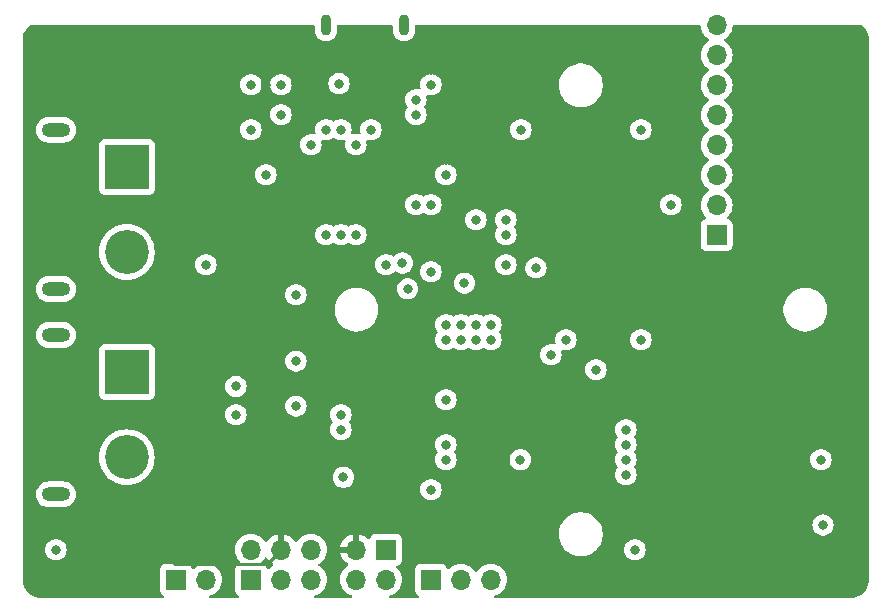
<source format=gbr>
%TF.GenerationSoftware,KiCad,Pcbnew,8.0.4*%
%TF.CreationDate,2024-11-29T22:55:19-05:00*%
%TF.ProjectId,foc_pcb,666f635f-7063-4622-9e6b-696361645f70,2.0*%
%TF.SameCoordinates,Original*%
%TF.FileFunction,Copper,L2,Inr*%
%TF.FilePolarity,Positive*%
%FSLAX46Y46*%
G04 Gerber Fmt 4.6, Leading zero omitted, Abs format (unit mm)*
G04 Created by KiCad (PCBNEW 8.0.4) date 2024-11-29 22:55:19*
%MOMM*%
%LPD*%
G01*
G04 APERTURE LIST*
%TA.AperFunction,ComponentPad*%
%ADD10R,1.700000X1.700000*%
%TD*%
%TA.AperFunction,ComponentPad*%
%ADD11O,1.700000X1.700000*%
%TD*%
%TA.AperFunction,ComponentPad*%
%ADD12O,0.900000X1.800000*%
%TD*%
%TA.AperFunction,ComponentPad*%
%ADD13R,3.716000X3.716000*%
%TD*%
%TA.AperFunction,ComponentPad*%
%ADD14C,3.716000*%
%TD*%
%TA.AperFunction,ComponentPad*%
%ADD15O,2.400000X1.200000*%
%TD*%
%TA.AperFunction,ViaPad*%
%ADD16C,0.800000*%
%TD*%
%TA.AperFunction,Conductor*%
%ADD17C,0.250000*%
%TD*%
G04 APERTURE END LIST*
D10*
%TO.N,GND*%
%TO.C,J4*%
X231140000Y-143510000D03*
D11*
X231140000Y-146050000D03*
%TO.N,+5V*%
X228600000Y-143510000D03*
%TO.N,+3.3V*%
X228600000Y-146050000D03*
%TD*%
D12*
%TO.N,unconnected-(J12-SHIELD__4-PadS5)*%
%TO.C,J12*%
X232660000Y-99060000D03*
%TO.N,unconnected-(J12-SHIELD__5-PadS6)*%
X226060000Y-99060000D03*
%TD*%
D13*
%TO.N,VCC*%
%TO.C,J5*%
X209200000Y-128480000D03*
D14*
%TO.N,GND*%
X209200000Y-135680000D03*
D15*
%TO.N,N/C*%
X203200000Y-125330000D03*
X203200000Y-138830000D03*
%TD*%
D10*
%TO.N,+3.3V*%
%TO.C,J1*%
X259140000Y-116870000D03*
D11*
%TO.N,GND*%
X259140000Y-114330000D03*
%TO.N,/esp_scl_1*%
X259140000Y-111790000D03*
%TO.N,/esp_sda_1*%
X259140000Y-109250000D03*
%TO.N,unconnected-(J1-Pin_5-Pad5)*%
X259140000Y-106710000D03*
%TO.N,unconnected-(J1-Pin_6-Pad6)*%
X259140000Y-104170000D03*
%TO.N,unconnected-(J1-Pin_7-Pad7)*%
X259140000Y-101630000D03*
%TO.N,unconnected-(J1-Pin_8-Pad8)*%
X259140000Y-99090000D03*
%TD*%
D10*
%TO.N,/out1*%
%TO.C,J3*%
X234950000Y-146050000D03*
D11*
%TO.N,/out2*%
X237490000Y-146050000D03*
%TO.N,/out3*%
X240030000Y-146050000D03*
%TD*%
D10*
%TO.N,/esp_scl_0*%
%TO.C,J2*%
X213360000Y-146050000D03*
D11*
%TO.N,/esp_sda_0*%
X215900000Y-146050000D03*
%TD*%
D13*
%TO.N,VCC*%
%TO.C,J6*%
X209200000Y-111100000D03*
D14*
%TO.N,GND*%
X209200000Y-118300000D03*
D15*
%TO.N,N/C*%
X203200000Y-107950000D03*
X203200000Y-121450000D03*
%TD*%
D10*
%TO.N,/miso*%
%TO.C,J10*%
X219710000Y-146050000D03*
D11*
%TO.N,/sck*%
X219710000Y-143510000D03*
%TO.N,/rst*%
X222250000Y-146050000D03*
%TO.N,+5V*%
X222250000Y-143510000D03*
%TO.N,/mosi*%
X224790000Y-146050000D03*
%TO.N,GND*%
X224790000Y-143510000D03*
%TD*%
D16*
%TO.N,+5V*%
X252222000Y-145432750D03*
%TO.N,GND*%
X240030000Y-124460000D03*
X252730000Y-107950000D03*
X237490000Y-124460000D03*
X237490000Y-125730000D03*
X215900000Y-119380000D03*
X236220000Y-125730000D03*
X219710000Y-107950000D03*
X251460000Y-133350000D03*
X252730000Y-125730000D03*
X238760001Y-125730000D03*
X242570000Y-107950000D03*
X220980000Y-111760000D03*
X236220000Y-124460000D03*
X245110000Y-127000000D03*
X219710000Y-104140000D03*
X240030000Y-125730000D03*
X252222000Y-143510000D03*
X226060000Y-107950000D03*
X203200000Y-143510000D03*
X227166282Y-104043427D03*
X236220000Y-111760000D03*
X234950000Y-114300000D03*
X238760000Y-124460000D03*
X234950000Y-104140000D03*
%TO.N,+3.3V*%
X246380000Y-125730000D03*
X248920000Y-128270000D03*
%TO.N,VCC*%
X242512900Y-135890000D03*
X236220000Y-130810000D03*
%TO.N,+5V*%
X246380000Y-114300000D03*
X252730000Y-119380000D03*
X220980000Y-104140000D03*
X224790000Y-136435000D03*
X236220000Y-110490000D03*
X224790000Y-132625000D03*
X224790000Y-120650000D03*
X234950000Y-102870000D03*
X233680000Y-118110000D03*
X212090000Y-143510000D03*
X212981652Y-104288065D03*
X224790000Y-128815000D03*
%TO.N,/rst*%
X223520000Y-121920000D03*
X255270000Y-114300000D03*
X228600000Y-116840000D03*
%TO.N,/sda*%
X226060000Y-116840000D03*
%TO.N,/scl*%
X227330000Y-116840000D03*
%TO.N,/ud+*%
X241300000Y-115570000D03*
X233680000Y-106680000D03*
%TO.N,/ud-*%
X241300000Y-116840000D03*
X233680000Y-105410000D03*
%TO.N,Net-(U5-TXD)*%
X238760000Y-115570000D03*
X232543980Y-119246020D03*
%TO.N,/sck*%
X223520000Y-127545000D03*
X222250000Y-106680000D03*
%TO.N,Net-(U2-PD7)*%
X241300000Y-119380000D03*
X227330000Y-107950000D03*
%TO.N,/en*%
X231140000Y-119380000D03*
X243839696Y-119644999D03*
%TO.N,/esp_sck*%
X236220000Y-134620000D03*
X218440000Y-129690200D03*
X251460000Y-134620000D03*
X227330000Y-132080000D03*
%TO.N,/esp_mosi*%
X234950000Y-138430000D03*
X251460000Y-137160000D03*
%TO.N,/in1*%
X232982750Y-121421020D03*
X233680000Y-114300000D03*
%TO.N,/in2*%
X229870000Y-107950000D03*
X234950000Y-119971020D03*
%TO.N,/in3*%
X237787347Y-120947347D03*
X228600000Y-109220000D03*
%TO.N,/esp_miso*%
X218440000Y-132080000D03*
X251460000Y-135890000D03*
X236220000Y-135890000D03*
X227330000Y-133350000D03*
%TO.N,/miso*%
X223520000Y-131355000D03*
X222250000Y-104140000D03*
%TO.N,/mosi*%
X227545223Y-137375223D03*
X224790000Y-109220000D03*
%TO.N,/esp_scl_0*%
X267970000Y-135890000D03*
%TO.N,/esp_sda_0*%
X268146689Y-141428750D03*
%TD*%
D17*
%TO.N,+5V*%
X213265000Y-144685000D02*
X212090000Y-143510000D01*
X222250000Y-143510000D02*
X221075000Y-144685000D01*
X221075000Y-144685000D02*
X213265000Y-144685000D01*
%TD*%
%TA.AperFunction,Conductor*%
%TO.N,+5V*%
G36*
X225052539Y-99079685D02*
G01*
X225098294Y-99132489D01*
X225109500Y-99184000D01*
X225109500Y-99603620D01*
X225146025Y-99787243D01*
X225146027Y-99787251D01*
X225217676Y-99960228D01*
X225217681Y-99960237D01*
X225321697Y-100115907D01*
X225321700Y-100115911D01*
X225454088Y-100248299D01*
X225454092Y-100248302D01*
X225609762Y-100352318D01*
X225609768Y-100352321D01*
X225609769Y-100352322D01*
X225782749Y-100423973D01*
X225943585Y-100455965D01*
X225966379Y-100460499D01*
X225966383Y-100460500D01*
X225966384Y-100460500D01*
X226153617Y-100460500D01*
X226153618Y-100460499D01*
X226337251Y-100423973D01*
X226510231Y-100352322D01*
X226665908Y-100248302D01*
X226798302Y-100115908D01*
X226902322Y-99960231D01*
X226973973Y-99787251D01*
X227010500Y-99603616D01*
X227010500Y-99184000D01*
X227030185Y-99116961D01*
X227082989Y-99071206D01*
X227134500Y-99060000D01*
X231585500Y-99060000D01*
X231652539Y-99079685D01*
X231698294Y-99132489D01*
X231709500Y-99184000D01*
X231709500Y-99603620D01*
X231746025Y-99787243D01*
X231746027Y-99787251D01*
X231817676Y-99960228D01*
X231817681Y-99960237D01*
X231921697Y-100115907D01*
X231921700Y-100115911D01*
X232054088Y-100248299D01*
X232054092Y-100248302D01*
X232209762Y-100352318D01*
X232209768Y-100352321D01*
X232209769Y-100352322D01*
X232382749Y-100423973D01*
X232543585Y-100455965D01*
X232566379Y-100460499D01*
X232566383Y-100460500D01*
X232566384Y-100460500D01*
X232753617Y-100460500D01*
X232753618Y-100460499D01*
X232937251Y-100423973D01*
X233110231Y-100352322D01*
X233265908Y-100248302D01*
X233398302Y-100115908D01*
X233502322Y-99960231D01*
X233573973Y-99787251D01*
X233610500Y-99603616D01*
X233610500Y-99184000D01*
X233630185Y-99116961D01*
X233682989Y-99071206D01*
X233734500Y-99060000D01*
X257668092Y-99060000D01*
X257735131Y-99079685D01*
X257780886Y-99132489D01*
X257791620Y-99173193D01*
X257804936Y-99325402D01*
X257804938Y-99325413D01*
X257866094Y-99553655D01*
X257866096Y-99553659D01*
X257866097Y-99553663D01*
X257929891Y-99690469D01*
X257965965Y-99767830D01*
X257965967Y-99767834D01*
X258101501Y-99961395D01*
X258101506Y-99961402D01*
X258268597Y-100128493D01*
X258268603Y-100128498D01*
X258454158Y-100258425D01*
X258497783Y-100313002D01*
X258504977Y-100382500D01*
X258473454Y-100444855D01*
X258454158Y-100461575D01*
X258268597Y-100591505D01*
X258101505Y-100758597D01*
X257965965Y-100952169D01*
X257965964Y-100952171D01*
X257866098Y-101166335D01*
X257866094Y-101166344D01*
X257804938Y-101394586D01*
X257804936Y-101394596D01*
X257784341Y-101629999D01*
X257784341Y-101630000D01*
X257804936Y-101865403D01*
X257804938Y-101865413D01*
X257866094Y-102093655D01*
X257866096Y-102093659D01*
X257866097Y-102093663D01*
X257965965Y-102307830D01*
X257965967Y-102307834D01*
X258101501Y-102501395D01*
X258101506Y-102501402D01*
X258268597Y-102668493D01*
X258268603Y-102668498D01*
X258454158Y-102798425D01*
X258497783Y-102853002D01*
X258504977Y-102922500D01*
X258473454Y-102984855D01*
X258454158Y-103001575D01*
X258268597Y-103131505D01*
X258101505Y-103298597D01*
X257965965Y-103492169D01*
X257965964Y-103492171D01*
X257866098Y-103706335D01*
X257866094Y-103706344D01*
X257804938Y-103934586D01*
X257804936Y-103934596D01*
X257784341Y-104169999D01*
X257784341Y-104170000D01*
X257804936Y-104405403D01*
X257804938Y-104405413D01*
X257866094Y-104633655D01*
X257866096Y-104633659D01*
X257866097Y-104633663D01*
X257965965Y-104847830D01*
X257965967Y-104847834D01*
X258033253Y-104943927D01*
X258097374Y-105035502D01*
X258101501Y-105041395D01*
X258101506Y-105041402D01*
X258268597Y-105208493D01*
X258268603Y-105208498D01*
X258454158Y-105338425D01*
X258497783Y-105393002D01*
X258504977Y-105462500D01*
X258473454Y-105524855D01*
X258454158Y-105541575D01*
X258268597Y-105671505D01*
X258101505Y-105838597D01*
X257965965Y-106032169D01*
X257965964Y-106032171D01*
X257866098Y-106246335D01*
X257866094Y-106246344D01*
X257804938Y-106474586D01*
X257804936Y-106474596D01*
X257784341Y-106709999D01*
X257784341Y-106710000D01*
X257804936Y-106945403D01*
X257804938Y-106945413D01*
X257866094Y-107173655D01*
X257866096Y-107173659D01*
X257866097Y-107173663D01*
X257965965Y-107387830D01*
X257965967Y-107387834D01*
X258101501Y-107581395D01*
X258101506Y-107581402D01*
X258268597Y-107748493D01*
X258268603Y-107748498D01*
X258454158Y-107878425D01*
X258497783Y-107933002D01*
X258504977Y-108002500D01*
X258473454Y-108064855D01*
X258454158Y-108081575D01*
X258268597Y-108211505D01*
X258101505Y-108378597D01*
X257965965Y-108572169D01*
X257965964Y-108572171D01*
X257866098Y-108786335D01*
X257866094Y-108786344D01*
X257804938Y-109014586D01*
X257804936Y-109014596D01*
X257784341Y-109249999D01*
X257784341Y-109250000D01*
X257804936Y-109485403D01*
X257804938Y-109485413D01*
X257866094Y-109713655D01*
X257866096Y-109713659D01*
X257866097Y-109713663D01*
X257884074Y-109752214D01*
X257965965Y-109927830D01*
X257965967Y-109927834D01*
X258101501Y-110121395D01*
X258101506Y-110121402D01*
X258268597Y-110288493D01*
X258268603Y-110288498D01*
X258454158Y-110418425D01*
X258497783Y-110473002D01*
X258504977Y-110542500D01*
X258473454Y-110604855D01*
X258454158Y-110621575D01*
X258268597Y-110751505D01*
X258101505Y-110918597D01*
X257965965Y-111112169D01*
X257965964Y-111112171D01*
X257866098Y-111326335D01*
X257866094Y-111326344D01*
X257804938Y-111554586D01*
X257804936Y-111554596D01*
X257784341Y-111789999D01*
X257784341Y-111790000D01*
X257804936Y-112025403D01*
X257804938Y-112025413D01*
X257866094Y-112253655D01*
X257866096Y-112253659D01*
X257866097Y-112253663D01*
X257884074Y-112292214D01*
X257965965Y-112467830D01*
X257965967Y-112467834D01*
X258101501Y-112661395D01*
X258101506Y-112661402D01*
X258268597Y-112828493D01*
X258268603Y-112828498D01*
X258454158Y-112958425D01*
X258497783Y-113013002D01*
X258504977Y-113082500D01*
X258473454Y-113144855D01*
X258454158Y-113161575D01*
X258268597Y-113291505D01*
X258101505Y-113458597D01*
X257965965Y-113652169D01*
X257965964Y-113652171D01*
X257866098Y-113866335D01*
X257866094Y-113866344D01*
X257804938Y-114094586D01*
X257804936Y-114094596D01*
X257784341Y-114329999D01*
X257784341Y-114330000D01*
X257804936Y-114565403D01*
X257804938Y-114565413D01*
X257866094Y-114793655D01*
X257866096Y-114793659D01*
X257866097Y-114793663D01*
X257884074Y-114832214D01*
X257965965Y-115007830D01*
X257965967Y-115007834D01*
X258073315Y-115161142D01*
X258101501Y-115201396D01*
X258101506Y-115201402D01*
X258223430Y-115323326D01*
X258256915Y-115384649D01*
X258251931Y-115454341D01*
X258210059Y-115510274D01*
X258179083Y-115527189D01*
X258047669Y-115576203D01*
X258047664Y-115576206D01*
X257932455Y-115662452D01*
X257932452Y-115662455D01*
X257846206Y-115777664D01*
X257846202Y-115777671D01*
X257795908Y-115912517D01*
X257789501Y-115972116D01*
X257789501Y-115972123D01*
X257789500Y-115972135D01*
X257789500Y-117767870D01*
X257789501Y-117767876D01*
X257795908Y-117827483D01*
X257846202Y-117962328D01*
X257846206Y-117962335D01*
X257932452Y-118077544D01*
X257932455Y-118077547D01*
X258047664Y-118163793D01*
X258047671Y-118163797D01*
X258182517Y-118214091D01*
X258182516Y-118214091D01*
X258189444Y-118214835D01*
X258242127Y-118220500D01*
X260037872Y-118220499D01*
X260097483Y-118214091D01*
X260232331Y-118163796D01*
X260347546Y-118077546D01*
X260433796Y-117962331D01*
X260484091Y-117827483D01*
X260490500Y-117767873D01*
X260490499Y-115972128D01*
X260484091Y-115912517D01*
X260433796Y-115777669D01*
X260433795Y-115777668D01*
X260433793Y-115777664D01*
X260347547Y-115662455D01*
X260347544Y-115662452D01*
X260232335Y-115576206D01*
X260232328Y-115576202D01*
X260100917Y-115527189D01*
X260044983Y-115485318D01*
X260020566Y-115419853D01*
X260035418Y-115351580D01*
X260056563Y-115323332D01*
X260178495Y-115201401D01*
X260314035Y-115007830D01*
X260413903Y-114793663D01*
X260475063Y-114565408D01*
X260495659Y-114330000D01*
X260475063Y-114094592D01*
X260413903Y-113866337D01*
X260314035Y-113652171D01*
X260290670Y-113618801D01*
X260178494Y-113458597D01*
X260011402Y-113291506D01*
X260011396Y-113291501D01*
X259825842Y-113161575D01*
X259782217Y-113106998D01*
X259775023Y-113037500D01*
X259806546Y-112975145D01*
X259825842Y-112958425D01*
X259848026Y-112942891D01*
X260011401Y-112828495D01*
X260178495Y-112661401D01*
X260314035Y-112467830D01*
X260413903Y-112253663D01*
X260475063Y-112025408D01*
X260495659Y-111790000D01*
X260475063Y-111554592D01*
X260413903Y-111326337D01*
X260314035Y-111112171D01*
X260218584Y-110975851D01*
X260178494Y-110918597D01*
X260011402Y-110751506D01*
X260011396Y-110751501D01*
X259825842Y-110621575D01*
X259782217Y-110566998D01*
X259775023Y-110497500D01*
X259806546Y-110435145D01*
X259825842Y-110418425D01*
X259848026Y-110402891D01*
X260011401Y-110288495D01*
X260178495Y-110121401D01*
X260314035Y-109927830D01*
X260413903Y-109713663D01*
X260475063Y-109485408D01*
X260495659Y-109250000D01*
X260475063Y-109014592D01*
X260428626Y-108841285D01*
X260413905Y-108786344D01*
X260413904Y-108786343D01*
X260413903Y-108786337D01*
X260314035Y-108572171D01*
X260218584Y-108435851D01*
X260178494Y-108378597D01*
X260011402Y-108211506D01*
X260011396Y-108211501D01*
X259825842Y-108081575D01*
X259782217Y-108026998D01*
X259775023Y-107957500D01*
X259806546Y-107895145D01*
X259825842Y-107878425D01*
X259992485Y-107761740D01*
X260011401Y-107748495D01*
X260178495Y-107581401D01*
X260314035Y-107387830D01*
X260413903Y-107173663D01*
X260475063Y-106945408D01*
X260495659Y-106710000D01*
X260475063Y-106474592D01*
X260413903Y-106246337D01*
X260314035Y-106032171D01*
X260309030Y-106025022D01*
X260178494Y-105838597D01*
X260011402Y-105671506D01*
X260011396Y-105671501D01*
X259825842Y-105541575D01*
X259782217Y-105486998D01*
X259775023Y-105417500D01*
X259806546Y-105355145D01*
X259825842Y-105338425D01*
X259992485Y-105221740D01*
X260011401Y-105208495D01*
X260178495Y-105041401D01*
X260314035Y-104847830D01*
X260413903Y-104633663D01*
X260475063Y-104405408D01*
X260495659Y-104170000D01*
X260475063Y-103934592D01*
X260413903Y-103706337D01*
X260314035Y-103492171D01*
X260218584Y-103355851D01*
X260178494Y-103298597D01*
X260011402Y-103131506D01*
X260011396Y-103131501D01*
X259825842Y-103001575D01*
X259782217Y-102946998D01*
X259775023Y-102877500D01*
X259806546Y-102815145D01*
X259825842Y-102798425D01*
X259848026Y-102782891D01*
X260011401Y-102668495D01*
X260178495Y-102501401D01*
X260314035Y-102307830D01*
X260413903Y-102093663D01*
X260475063Y-101865408D01*
X260495659Y-101630000D01*
X260475063Y-101394592D01*
X260413903Y-101166337D01*
X260314035Y-100952171D01*
X260178495Y-100758599D01*
X260178494Y-100758597D01*
X260011402Y-100591506D01*
X260011396Y-100591501D01*
X259825842Y-100461575D01*
X259782217Y-100406998D01*
X259775023Y-100337500D01*
X259806546Y-100275145D01*
X259825842Y-100258425D01*
X259864353Y-100231459D01*
X260011401Y-100128495D01*
X260178495Y-99961401D01*
X260314035Y-99767830D01*
X260413903Y-99553663D01*
X260475063Y-99325408D01*
X260488380Y-99173191D01*
X260513832Y-99108124D01*
X260570423Y-99067145D01*
X260611908Y-99060000D01*
X271334588Y-99060000D01*
X271401627Y-99079685D01*
X271408897Y-99084732D01*
X271440145Y-99108124D01*
X271511061Y-99161211D01*
X271524431Y-99172797D01*
X271667202Y-99315568D01*
X271678788Y-99328938D01*
X271799798Y-99490587D01*
X271809357Y-99505462D01*
X271906128Y-99682685D01*
X271913474Y-99698771D01*
X271984041Y-99887967D01*
X271989025Y-99904943D01*
X272031944Y-100102239D01*
X272034462Y-100119750D01*
X272049184Y-100325580D01*
X272049500Y-100334427D01*
X272049500Y-146045572D01*
X272049184Y-146054419D01*
X272034462Y-146260249D01*
X272031944Y-146277760D01*
X271989025Y-146475056D01*
X271984041Y-146492032D01*
X271913474Y-146681228D01*
X271906125Y-146697319D01*
X271889466Y-146727830D01*
X271809364Y-146874527D01*
X271799798Y-146889412D01*
X271678788Y-147051061D01*
X271667202Y-147064431D01*
X271524431Y-147207202D01*
X271511061Y-147218788D01*
X271349412Y-147339798D01*
X271334530Y-147349361D01*
X271270551Y-147384297D01*
X271157320Y-147446125D01*
X271141228Y-147453474D01*
X270952032Y-147524041D01*
X270935056Y-147529025D01*
X270737760Y-147571944D01*
X270720249Y-147574462D01*
X270531400Y-147587969D01*
X270514417Y-147589184D01*
X270505572Y-147589500D01*
X240444315Y-147589500D01*
X240377276Y-147569815D01*
X240331521Y-147517011D01*
X240321577Y-147447853D01*
X240350602Y-147384297D01*
X240409380Y-147346523D01*
X240412222Y-147345725D01*
X240461039Y-147332644D01*
X240493663Y-147323903D01*
X240707830Y-147224035D01*
X240901401Y-147088495D01*
X241068495Y-146921401D01*
X241204035Y-146727830D01*
X241303903Y-146513663D01*
X241365063Y-146285408D01*
X241385659Y-146050000D01*
X241365063Y-145814592D01*
X241303903Y-145586337D01*
X241204035Y-145372171D01*
X241198425Y-145364158D01*
X241068494Y-145178597D01*
X240901402Y-145011506D01*
X240901395Y-145011501D01*
X240707834Y-144875967D01*
X240707830Y-144875965D01*
X240694448Y-144869725D01*
X240493663Y-144776097D01*
X240493659Y-144776096D01*
X240493655Y-144776094D01*
X240265413Y-144714938D01*
X240265403Y-144714936D01*
X240030001Y-144694341D01*
X240029999Y-144694341D01*
X239794596Y-144714936D01*
X239794586Y-144714938D01*
X239566344Y-144776094D01*
X239566335Y-144776098D01*
X239352171Y-144875964D01*
X239352169Y-144875965D01*
X239158597Y-145011505D01*
X238991505Y-145178597D01*
X238861575Y-145364158D01*
X238806998Y-145407783D01*
X238737500Y-145414977D01*
X238675145Y-145383454D01*
X238658425Y-145364158D01*
X238528494Y-145178597D01*
X238361402Y-145011506D01*
X238361395Y-145011501D01*
X238167834Y-144875967D01*
X238167830Y-144875965D01*
X238154448Y-144869725D01*
X237953663Y-144776097D01*
X237953659Y-144776096D01*
X237953655Y-144776094D01*
X237725413Y-144714938D01*
X237725403Y-144714936D01*
X237490001Y-144694341D01*
X237489999Y-144694341D01*
X237254596Y-144714936D01*
X237254586Y-144714938D01*
X237026344Y-144776094D01*
X237026335Y-144776098D01*
X236812171Y-144875964D01*
X236812169Y-144875965D01*
X236618600Y-145011503D01*
X236496673Y-145133430D01*
X236435350Y-145166914D01*
X236365658Y-145161930D01*
X236309725Y-145120058D01*
X236292810Y-145089081D01*
X236243797Y-144957671D01*
X236243793Y-144957664D01*
X236157547Y-144842455D01*
X236157544Y-144842452D01*
X236042335Y-144756206D01*
X236042328Y-144756202D01*
X235907482Y-144705908D01*
X235907483Y-144705908D01*
X235847883Y-144699501D01*
X235847881Y-144699500D01*
X235847873Y-144699500D01*
X235847864Y-144699500D01*
X234052129Y-144699500D01*
X234052123Y-144699501D01*
X233992516Y-144705908D01*
X233857671Y-144756202D01*
X233857664Y-144756206D01*
X233742455Y-144842452D01*
X233742452Y-144842455D01*
X233656206Y-144957664D01*
X233656202Y-144957671D01*
X233605908Y-145092517D01*
X233599501Y-145152116D01*
X233599500Y-145152135D01*
X233599500Y-146947870D01*
X233599501Y-146947876D01*
X233605908Y-147007483D01*
X233656202Y-147142328D01*
X233656206Y-147142335D01*
X233742452Y-147257544D01*
X233742455Y-147257547D01*
X233857664Y-147343793D01*
X233857671Y-147343797D01*
X233872473Y-147349318D01*
X233928407Y-147391189D01*
X233952824Y-147456654D01*
X233937972Y-147524927D01*
X233888567Y-147574332D01*
X233829140Y-147589500D01*
X231554315Y-147589500D01*
X231487276Y-147569815D01*
X231441521Y-147517011D01*
X231431577Y-147447853D01*
X231460602Y-147384297D01*
X231519380Y-147346523D01*
X231522222Y-147345725D01*
X231571039Y-147332644D01*
X231603663Y-147323903D01*
X231817830Y-147224035D01*
X232011401Y-147088495D01*
X232178495Y-146921401D01*
X232314035Y-146727830D01*
X232413903Y-146513663D01*
X232475063Y-146285408D01*
X232495659Y-146050000D01*
X232475063Y-145814592D01*
X232413903Y-145586337D01*
X232314035Y-145372171D01*
X232308424Y-145364158D01*
X232178496Y-145178600D01*
X232119954Y-145120058D01*
X232056567Y-145056671D01*
X232023084Y-144995351D01*
X232028068Y-144925659D01*
X232069939Y-144869725D01*
X232100915Y-144852810D01*
X232232331Y-144803796D01*
X232347546Y-144717546D01*
X232433796Y-144602331D01*
X232484091Y-144467483D01*
X232490500Y-144407873D01*
X232490499Y-142612128D01*
X232484091Y-142552517D01*
X232483819Y-142551789D01*
X232433797Y-142417671D01*
X232433793Y-142417664D01*
X232347547Y-142302455D01*
X232347544Y-142302452D01*
X232232335Y-142216206D01*
X232232328Y-142216202D01*
X232097482Y-142165908D01*
X232097483Y-142165908D01*
X232037883Y-142159501D01*
X232037881Y-142159500D01*
X232037873Y-142159500D01*
X232037864Y-142159500D01*
X230242129Y-142159500D01*
X230242123Y-142159501D01*
X230182516Y-142165908D01*
X230047671Y-142216202D01*
X230047664Y-142216206D01*
X229932455Y-142302452D01*
X229932452Y-142302455D01*
X229846206Y-142417664D01*
X229846202Y-142417671D01*
X229796997Y-142549598D01*
X229755126Y-142605532D01*
X229689661Y-142629949D01*
X229621388Y-142615097D01*
X229593134Y-142593946D01*
X229471082Y-142471894D01*
X229277578Y-142336399D01*
X229063492Y-142236570D01*
X229063486Y-142236567D01*
X228850000Y-142179364D01*
X228850000Y-143076988D01*
X228792993Y-143044075D01*
X228665826Y-143010000D01*
X228534174Y-143010000D01*
X228407007Y-143044075D01*
X228350000Y-143076988D01*
X228350000Y-142179364D01*
X228349999Y-142179364D01*
X228136513Y-142236567D01*
X228136507Y-142236570D01*
X227922422Y-142336399D01*
X227922420Y-142336400D01*
X227728926Y-142471886D01*
X227728920Y-142471891D01*
X227561891Y-142638920D01*
X227561886Y-142638926D01*
X227426400Y-142832420D01*
X227426399Y-142832422D01*
X227326570Y-143046507D01*
X227326567Y-143046513D01*
X227269364Y-143259999D01*
X227269364Y-143260000D01*
X228166988Y-143260000D01*
X228134075Y-143317007D01*
X228100000Y-143444174D01*
X228100000Y-143575826D01*
X228134075Y-143702993D01*
X228166988Y-143760000D01*
X227269364Y-143760000D01*
X227326567Y-143973486D01*
X227326570Y-143973492D01*
X227426399Y-144187578D01*
X227561894Y-144381082D01*
X227728917Y-144548105D01*
X227914595Y-144678119D01*
X227958219Y-144732696D01*
X227965412Y-144802195D01*
X227933890Y-144864549D01*
X227914595Y-144881269D01*
X227728594Y-145011508D01*
X227561505Y-145178597D01*
X227425965Y-145372169D01*
X227425964Y-145372171D01*
X227326098Y-145586335D01*
X227326094Y-145586344D01*
X227264938Y-145814586D01*
X227264936Y-145814596D01*
X227244341Y-146049999D01*
X227244341Y-146050000D01*
X227264936Y-146285403D01*
X227264938Y-146285413D01*
X227326094Y-146513655D01*
X227326096Y-146513659D01*
X227326097Y-146513663D01*
X227404234Y-146681228D01*
X227425965Y-146727830D01*
X227425967Y-146727834D01*
X227528683Y-146874527D01*
X227561505Y-146921401D01*
X227728599Y-147088495D01*
X227825384Y-147156265D01*
X227922165Y-147224032D01*
X227922167Y-147224033D01*
X227922170Y-147224035D01*
X228136337Y-147323903D01*
X228136343Y-147323904D01*
X228136344Y-147323905D01*
X228217778Y-147345725D01*
X228277439Y-147382090D01*
X228307968Y-147444937D01*
X228299674Y-147514312D01*
X228255188Y-147568190D01*
X228188636Y-147589465D01*
X228185685Y-147589500D01*
X225204315Y-147589500D01*
X225137276Y-147569815D01*
X225091521Y-147517011D01*
X225081577Y-147447853D01*
X225110602Y-147384297D01*
X225169380Y-147346523D01*
X225172222Y-147345725D01*
X225221039Y-147332644D01*
X225253663Y-147323903D01*
X225467830Y-147224035D01*
X225661401Y-147088495D01*
X225828495Y-146921401D01*
X225964035Y-146727830D01*
X226063903Y-146513663D01*
X226125063Y-146285408D01*
X226145659Y-146050000D01*
X226125063Y-145814592D01*
X226063903Y-145586337D01*
X225964035Y-145372171D01*
X225958425Y-145364158D01*
X225828494Y-145178597D01*
X225661402Y-145011506D01*
X225661396Y-145011501D01*
X225475842Y-144881575D01*
X225432217Y-144826998D01*
X225425023Y-144757500D01*
X225456546Y-144695145D01*
X225475842Y-144678425D01*
X225538800Y-144634341D01*
X225661401Y-144548495D01*
X225828495Y-144381401D01*
X225964035Y-144187830D01*
X226063903Y-143973663D01*
X226125063Y-143745408D01*
X226145659Y-143510000D01*
X226125063Y-143274592D01*
X226063903Y-143046337D01*
X225964035Y-142832171D01*
X225958731Y-142824595D01*
X225828494Y-142638597D01*
X225661402Y-142471506D01*
X225661395Y-142471501D01*
X225467834Y-142335967D01*
X225467830Y-142335965D01*
X225414910Y-142311288D01*
X225253663Y-142236097D01*
X225253659Y-142236096D01*
X225253655Y-142236094D01*
X225025413Y-142174938D01*
X225025403Y-142174936D01*
X224790001Y-142154341D01*
X224789999Y-142154341D01*
X224554596Y-142174936D01*
X224554586Y-142174938D01*
X224326344Y-142236094D01*
X224326335Y-142236098D01*
X224112171Y-142335964D01*
X224112169Y-142335965D01*
X223918597Y-142471505D01*
X223751508Y-142638594D01*
X223621269Y-142824595D01*
X223566692Y-142868219D01*
X223497193Y-142875412D01*
X223434839Y-142843890D01*
X223418119Y-142824594D01*
X223288113Y-142638926D01*
X223288108Y-142638920D01*
X223121082Y-142471894D01*
X222927578Y-142336399D01*
X222713492Y-142236570D01*
X222713486Y-142236567D01*
X222500000Y-142179364D01*
X222500000Y-143076988D01*
X222442993Y-143044075D01*
X222315826Y-143010000D01*
X222184174Y-143010000D01*
X222057007Y-143044075D01*
X222000000Y-143076988D01*
X222000000Y-142179364D01*
X221999999Y-142179364D01*
X221786513Y-142236567D01*
X221786507Y-142236570D01*
X221572422Y-142336399D01*
X221572420Y-142336400D01*
X221378926Y-142471886D01*
X221378920Y-142471891D01*
X221211891Y-142638920D01*
X221211890Y-142638922D01*
X221081880Y-142824595D01*
X221027303Y-142868219D01*
X220957804Y-142875412D01*
X220895450Y-142843890D01*
X220878730Y-142824594D01*
X220748494Y-142638597D01*
X220581402Y-142471506D01*
X220581395Y-142471501D01*
X220387834Y-142335967D01*
X220387830Y-142335965D01*
X220334910Y-142311288D01*
X220173663Y-142236097D01*
X220173659Y-142236096D01*
X220173655Y-142236094D01*
X219945413Y-142174938D01*
X219945403Y-142174936D01*
X219710001Y-142154341D01*
X219709999Y-142154341D01*
X219474596Y-142174936D01*
X219474586Y-142174938D01*
X219246344Y-142236094D01*
X219246335Y-142236098D01*
X219032171Y-142335964D01*
X219032169Y-142335965D01*
X218838597Y-142471505D01*
X218671505Y-142638597D01*
X218535965Y-142832169D01*
X218535964Y-142832171D01*
X218436098Y-143046335D01*
X218436094Y-143046344D01*
X218374938Y-143274586D01*
X218374936Y-143274596D01*
X218354341Y-143509999D01*
X218354341Y-143510000D01*
X218374936Y-143745403D01*
X218374938Y-143745413D01*
X218436094Y-143973655D01*
X218436096Y-143973659D01*
X218436097Y-143973663D01*
X218515801Y-144144588D01*
X218535965Y-144187830D01*
X218535967Y-144187834D01*
X218610412Y-144294151D01*
X218671504Y-144381400D01*
X218671506Y-144381402D01*
X218793430Y-144503326D01*
X218826915Y-144564649D01*
X218821931Y-144634341D01*
X218780059Y-144690274D01*
X218749083Y-144707189D01*
X218617669Y-144756203D01*
X218617664Y-144756206D01*
X218502455Y-144842452D01*
X218502452Y-144842455D01*
X218416206Y-144957664D01*
X218416202Y-144957671D01*
X218365908Y-145092517D01*
X218359501Y-145152116D01*
X218359500Y-145152135D01*
X218359500Y-146947870D01*
X218359501Y-146947876D01*
X218365908Y-147007483D01*
X218416202Y-147142328D01*
X218416206Y-147142335D01*
X218502452Y-147257544D01*
X218502455Y-147257547D01*
X218617664Y-147343793D01*
X218617671Y-147343797D01*
X218632473Y-147349318D01*
X218688407Y-147391189D01*
X218712824Y-147456654D01*
X218697972Y-147524927D01*
X218648567Y-147574332D01*
X218589140Y-147589500D01*
X216314315Y-147589500D01*
X216247276Y-147569815D01*
X216201521Y-147517011D01*
X216191577Y-147447853D01*
X216220602Y-147384297D01*
X216279380Y-147346523D01*
X216282222Y-147345725D01*
X216331039Y-147332644D01*
X216363663Y-147323903D01*
X216577830Y-147224035D01*
X216771401Y-147088495D01*
X216938495Y-146921401D01*
X217074035Y-146727830D01*
X217173903Y-146513663D01*
X217235063Y-146285408D01*
X217255659Y-146050000D01*
X217235063Y-145814592D01*
X217173903Y-145586337D01*
X217074035Y-145372171D01*
X217068425Y-145364158D01*
X216938494Y-145178597D01*
X216771402Y-145011506D01*
X216771395Y-145011501D01*
X216577834Y-144875967D01*
X216577830Y-144875965D01*
X216564448Y-144869725D01*
X216363663Y-144776097D01*
X216363659Y-144776096D01*
X216363655Y-144776094D01*
X216135413Y-144714938D01*
X216135403Y-144714936D01*
X215900001Y-144694341D01*
X215899999Y-144694341D01*
X215664596Y-144714936D01*
X215664586Y-144714938D01*
X215436344Y-144776094D01*
X215436335Y-144776098D01*
X215222171Y-144875964D01*
X215222169Y-144875965D01*
X215028600Y-145011503D01*
X214906673Y-145133430D01*
X214845350Y-145166914D01*
X214775658Y-145161930D01*
X214719725Y-145120058D01*
X214702810Y-145089081D01*
X214653797Y-144957671D01*
X214653793Y-144957664D01*
X214567547Y-144842455D01*
X214567544Y-144842452D01*
X214452335Y-144756206D01*
X214452328Y-144756202D01*
X214317482Y-144705908D01*
X214317483Y-144705908D01*
X214257883Y-144699501D01*
X214257881Y-144699500D01*
X214257873Y-144699500D01*
X214257864Y-144699500D01*
X212462129Y-144699500D01*
X212462123Y-144699501D01*
X212402516Y-144705908D01*
X212267671Y-144756202D01*
X212267664Y-144756206D01*
X212152455Y-144842452D01*
X212152452Y-144842455D01*
X212066206Y-144957664D01*
X212066202Y-144957671D01*
X212015908Y-145092517D01*
X212009501Y-145152116D01*
X212009500Y-145152135D01*
X212009500Y-146947870D01*
X212009501Y-146947876D01*
X212015908Y-147007483D01*
X212066202Y-147142328D01*
X212066206Y-147142335D01*
X212152452Y-147257544D01*
X212152455Y-147257547D01*
X212267664Y-147343793D01*
X212267671Y-147343797D01*
X212282473Y-147349318D01*
X212338407Y-147391189D01*
X212362824Y-147456654D01*
X212347972Y-147524927D01*
X212298567Y-147574332D01*
X212239140Y-147589500D01*
X201934428Y-147589500D01*
X201925582Y-147589184D01*
X201719751Y-147574462D01*
X201702239Y-147571944D01*
X201504943Y-147529025D01*
X201487967Y-147524041D01*
X201298771Y-147453474D01*
X201282685Y-147446128D01*
X201105462Y-147349357D01*
X201090587Y-147339798D01*
X200928938Y-147218788D01*
X200915568Y-147207202D01*
X200772797Y-147064431D01*
X200761211Y-147051061D01*
X200640199Y-146889409D01*
X200630644Y-146874541D01*
X200533868Y-146697308D01*
X200526525Y-146681228D01*
X200467148Y-146522032D01*
X200455955Y-146492024D01*
X200450976Y-146475065D01*
X200408054Y-146277757D01*
X200405537Y-146260248D01*
X200390816Y-146054418D01*
X200390500Y-146045572D01*
X200390500Y-143510000D01*
X202294540Y-143510000D01*
X202314326Y-143698256D01*
X202314327Y-143698259D01*
X202372818Y-143878277D01*
X202372821Y-143878284D01*
X202467467Y-144042216D01*
X202566120Y-144151781D01*
X202594129Y-144182888D01*
X202747265Y-144294148D01*
X202747270Y-144294151D01*
X202920192Y-144371142D01*
X202920197Y-144371144D01*
X203105354Y-144410500D01*
X203105355Y-144410500D01*
X203294644Y-144410500D01*
X203294646Y-144410500D01*
X203479803Y-144371144D01*
X203652730Y-144294151D01*
X203805871Y-144182888D01*
X203932533Y-144042216D01*
X204027179Y-143878284D01*
X204085674Y-143698256D01*
X204105460Y-143510000D01*
X204085674Y-143321744D01*
X204027179Y-143141716D01*
X203932533Y-142977784D01*
X203805871Y-142837112D01*
X203799413Y-142832420D01*
X203652734Y-142725851D01*
X203652729Y-142725848D01*
X203479807Y-142648857D01*
X203479802Y-142648855D01*
X203320978Y-142615097D01*
X203294646Y-142609500D01*
X203105354Y-142609500D01*
X203079022Y-142615097D01*
X202920197Y-142648855D01*
X202920192Y-142648857D01*
X202747270Y-142725848D01*
X202747265Y-142725851D01*
X202594129Y-142837111D01*
X202467466Y-142977785D01*
X202372821Y-143141715D01*
X202372818Y-143141722D01*
X202329645Y-143274596D01*
X202314326Y-143321744D01*
X202294540Y-143510000D01*
X200390500Y-143510000D01*
X200390500Y-142068711D01*
X245799500Y-142068711D01*
X245799500Y-142311288D01*
X245830873Y-142549598D01*
X245831162Y-142551789D01*
X245857171Y-142648855D01*
X245893947Y-142786104D01*
X245930940Y-142875412D01*
X245986776Y-143010212D01*
X246108064Y-143220289D01*
X246108066Y-143220292D01*
X246108067Y-143220293D01*
X246255733Y-143412736D01*
X246255739Y-143412743D01*
X246427256Y-143584260D01*
X246427263Y-143584266D01*
X246540321Y-143671018D01*
X246619711Y-143731936D01*
X246829788Y-143853224D01*
X247053900Y-143946054D01*
X247288211Y-144008838D01*
X247468586Y-144032584D01*
X247528711Y-144040500D01*
X247528712Y-144040500D01*
X247771289Y-144040500D01*
X247819388Y-144034167D01*
X248011789Y-144008838D01*
X248246100Y-143946054D01*
X248470212Y-143853224D01*
X248680289Y-143731936D01*
X248872738Y-143584265D01*
X248947003Y-143510000D01*
X251316540Y-143510000D01*
X251336326Y-143698256D01*
X251336327Y-143698259D01*
X251394818Y-143878277D01*
X251394821Y-143878284D01*
X251489467Y-144042216D01*
X251588120Y-144151781D01*
X251616129Y-144182888D01*
X251769265Y-144294148D01*
X251769270Y-144294151D01*
X251942192Y-144371142D01*
X251942197Y-144371144D01*
X252127354Y-144410500D01*
X252127355Y-144410500D01*
X252316644Y-144410500D01*
X252316646Y-144410500D01*
X252501803Y-144371144D01*
X252674730Y-144294151D01*
X252827871Y-144182888D01*
X252954533Y-144042216D01*
X253049179Y-143878284D01*
X253107674Y-143698256D01*
X253127460Y-143510000D01*
X253107674Y-143321744D01*
X253049179Y-143141716D01*
X252954533Y-142977784D01*
X252827871Y-142837112D01*
X252821413Y-142832420D01*
X252674734Y-142725851D01*
X252674729Y-142725848D01*
X252501807Y-142648857D01*
X252501802Y-142648855D01*
X252342978Y-142615097D01*
X252316646Y-142609500D01*
X252127354Y-142609500D01*
X252101022Y-142615097D01*
X251942197Y-142648855D01*
X251942192Y-142648857D01*
X251769270Y-142725848D01*
X251769265Y-142725851D01*
X251616129Y-142837111D01*
X251489466Y-142977785D01*
X251394821Y-143141715D01*
X251394818Y-143141722D01*
X251351645Y-143274596D01*
X251336326Y-143321744D01*
X251316540Y-143510000D01*
X248947003Y-143510000D01*
X249044265Y-143412738D01*
X249191936Y-143220289D01*
X249313224Y-143010212D01*
X249406054Y-142786100D01*
X249468838Y-142551789D01*
X249500500Y-142311288D01*
X249500500Y-142068712D01*
X249468838Y-141828211D01*
X249406054Y-141593900D01*
X249337647Y-141428750D01*
X267241229Y-141428750D01*
X267261015Y-141617006D01*
X267261016Y-141617009D01*
X267319507Y-141797027D01*
X267319510Y-141797034D01*
X267414156Y-141960966D01*
X267511170Y-142068711D01*
X267540818Y-142101638D01*
X267693954Y-142212898D01*
X267693959Y-142212901D01*
X267866881Y-142289892D01*
X267866886Y-142289894D01*
X268052043Y-142329250D01*
X268052044Y-142329250D01*
X268241333Y-142329250D01*
X268241335Y-142329250D01*
X268426492Y-142289894D01*
X268599419Y-142212901D01*
X268752560Y-142101638D01*
X268879222Y-141960966D01*
X268973868Y-141797034D01*
X269032363Y-141617006D01*
X269052149Y-141428750D01*
X269032363Y-141240494D01*
X268973868Y-141060466D01*
X268879222Y-140896534D01*
X268752560Y-140755862D01*
X268752559Y-140755861D01*
X268599423Y-140644601D01*
X268599418Y-140644598D01*
X268426496Y-140567607D01*
X268426491Y-140567605D01*
X268280690Y-140536615D01*
X268241335Y-140528250D01*
X268052043Y-140528250D01*
X268019586Y-140535148D01*
X267866886Y-140567605D01*
X267866881Y-140567607D01*
X267693959Y-140644598D01*
X267693954Y-140644601D01*
X267540818Y-140755861D01*
X267414155Y-140896535D01*
X267319510Y-141060465D01*
X267319507Y-141060472D01*
X267287263Y-141159711D01*
X267261015Y-141240494D01*
X267241229Y-141428750D01*
X249337647Y-141428750D01*
X249313224Y-141369788D01*
X249191936Y-141159711D01*
X249044265Y-140967262D01*
X249044260Y-140967256D01*
X248872743Y-140795739D01*
X248872736Y-140795733D01*
X248680293Y-140648067D01*
X248680292Y-140648066D01*
X248680289Y-140648064D01*
X248470212Y-140526776D01*
X248470205Y-140526773D01*
X248246104Y-140433947D01*
X248011785Y-140371161D01*
X247771289Y-140339500D01*
X247771288Y-140339500D01*
X247528712Y-140339500D01*
X247528711Y-140339500D01*
X247288214Y-140371161D01*
X247053895Y-140433947D01*
X246829794Y-140526773D01*
X246829785Y-140526777D01*
X246619706Y-140648067D01*
X246427263Y-140795733D01*
X246427256Y-140795739D01*
X246255739Y-140967256D01*
X246255733Y-140967263D01*
X246108067Y-141159706D01*
X245986777Y-141369785D01*
X245986773Y-141369794D01*
X245893947Y-141593895D01*
X245831161Y-141828214D01*
X245799500Y-142068711D01*
X200390500Y-142068711D01*
X200390500Y-138743389D01*
X201499500Y-138743389D01*
X201499500Y-138916611D01*
X201526598Y-139087701D01*
X201580127Y-139252445D01*
X201658768Y-139406788D01*
X201760586Y-139546928D01*
X201883072Y-139669414D01*
X202023212Y-139771232D01*
X202177555Y-139849873D01*
X202342299Y-139903402D01*
X202513389Y-139930500D01*
X202513390Y-139930500D01*
X203886610Y-139930500D01*
X203886611Y-139930500D01*
X204057701Y-139903402D01*
X204222445Y-139849873D01*
X204376788Y-139771232D01*
X204516928Y-139669414D01*
X204639414Y-139546928D01*
X204741232Y-139406788D01*
X204819873Y-139252445D01*
X204873402Y-139087701D01*
X204900500Y-138916611D01*
X204900500Y-138743389D01*
X204873402Y-138572299D01*
X204827166Y-138430000D01*
X234044540Y-138430000D01*
X234064326Y-138618256D01*
X234064327Y-138618259D01*
X234122818Y-138798277D01*
X234122821Y-138798284D01*
X234217467Y-138962216D01*
X234330451Y-139087697D01*
X234344129Y-139102888D01*
X234497265Y-139214148D01*
X234497270Y-139214151D01*
X234670192Y-139291142D01*
X234670197Y-139291144D01*
X234855354Y-139330500D01*
X234855355Y-139330500D01*
X235044644Y-139330500D01*
X235044646Y-139330500D01*
X235229803Y-139291144D01*
X235402730Y-139214151D01*
X235555871Y-139102888D01*
X235682533Y-138962216D01*
X235777179Y-138798284D01*
X235835674Y-138618256D01*
X235855460Y-138430000D01*
X235835674Y-138241744D01*
X235777179Y-138061716D01*
X235682533Y-137897784D01*
X235555871Y-137757112D01*
X235555164Y-137756598D01*
X235402734Y-137645851D01*
X235402729Y-137645848D01*
X235229807Y-137568857D01*
X235229802Y-137568855D01*
X235084001Y-137537865D01*
X235044646Y-137529500D01*
X234855354Y-137529500D01*
X234822897Y-137536398D01*
X234670197Y-137568855D01*
X234670192Y-137568857D01*
X234497270Y-137645848D01*
X234497265Y-137645851D01*
X234344129Y-137757111D01*
X234217466Y-137897785D01*
X234122821Y-138061715D01*
X234122818Y-138061722D01*
X234066073Y-138236367D01*
X234064326Y-138241744D01*
X234044540Y-138430000D01*
X204827166Y-138430000D01*
X204819873Y-138407555D01*
X204741232Y-138253212D01*
X204639414Y-138113072D01*
X204516928Y-137990586D01*
X204376788Y-137888768D01*
X204222445Y-137810127D01*
X204057701Y-137756598D01*
X204057699Y-137756597D01*
X204057698Y-137756597D01*
X203926271Y-137735781D01*
X203886611Y-137729500D01*
X202513389Y-137729500D01*
X202473728Y-137735781D01*
X202342302Y-137756597D01*
X202177552Y-137810128D01*
X202023211Y-137888768D01*
X201946988Y-137944148D01*
X201883072Y-137990586D01*
X201883070Y-137990588D01*
X201883069Y-137990588D01*
X201760588Y-138113069D01*
X201760588Y-138113070D01*
X201760586Y-138113072D01*
X201726948Y-138159371D01*
X201658768Y-138253211D01*
X201580128Y-138407552D01*
X201526597Y-138572302D01*
X201499500Y-138743389D01*
X200390500Y-138743389D01*
X200390500Y-135679992D01*
X206836439Y-135679992D01*
X206836439Y-135680007D01*
X206856658Y-135988490D01*
X206856659Y-135988500D01*
X206856660Y-135988507D01*
X206856662Y-135988517D01*
X206916974Y-136291729D01*
X206916977Y-136291743D01*
X207016352Y-136584491D01*
X207016361Y-136584512D01*
X207153093Y-136861777D01*
X207324862Y-137118846D01*
X207528709Y-137351290D01*
X207710226Y-137510475D01*
X207761155Y-137555139D01*
X207896912Y-137645849D01*
X208018222Y-137726906D01*
X208295487Y-137863638D01*
X208295492Y-137863640D01*
X208295504Y-137863646D01*
X208588265Y-137963025D01*
X208891493Y-138023340D01*
X208921118Y-138025281D01*
X209199993Y-138043561D01*
X209200000Y-138043561D01*
X209200007Y-138043561D01*
X209446984Y-138027372D01*
X209508507Y-138023340D01*
X209811735Y-137963025D01*
X210104496Y-137863646D01*
X210326324Y-137754252D01*
X210381777Y-137726906D01*
X210381777Y-137726905D01*
X210381781Y-137726904D01*
X210638845Y-137555139D01*
X210844000Y-137375223D01*
X226639763Y-137375223D01*
X226659549Y-137563479D01*
X226659550Y-137563482D01*
X226718041Y-137743500D01*
X226718044Y-137743507D01*
X226812690Y-137907439D01*
X226862740Y-137963025D01*
X226939352Y-138048111D01*
X227092488Y-138159371D01*
X227092493Y-138159374D01*
X227265415Y-138236365D01*
X227265420Y-138236367D01*
X227450577Y-138275723D01*
X227450578Y-138275723D01*
X227639867Y-138275723D01*
X227639869Y-138275723D01*
X227825026Y-138236367D01*
X227997953Y-138159374D01*
X228151094Y-138048111D01*
X228277756Y-137907439D01*
X228372402Y-137743507D01*
X228430897Y-137563479D01*
X228450683Y-137375223D01*
X228430897Y-137186967D01*
X228372402Y-137006939D01*
X228277756Y-136843007D01*
X228151094Y-136702335D01*
X228112298Y-136674148D01*
X227997957Y-136591074D01*
X227997952Y-136591071D01*
X227825030Y-136514080D01*
X227825025Y-136514078D01*
X227644211Y-136475646D01*
X227639869Y-136474723D01*
X227450577Y-136474723D01*
X227446235Y-136475646D01*
X227265420Y-136514078D01*
X227265415Y-136514080D01*
X227092493Y-136591071D01*
X227092488Y-136591074D01*
X226939352Y-136702334D01*
X226812689Y-136843008D01*
X226718044Y-137006938D01*
X226718041Y-137006945D01*
X226668311Y-137160000D01*
X226659549Y-137186967D01*
X226639763Y-137375223D01*
X210844000Y-137375223D01*
X210871290Y-137351290D01*
X211075139Y-137118845D01*
X211246904Y-136861781D01*
X211383646Y-136584496D01*
X211483025Y-136291735D01*
X211543340Y-135988507D01*
X211563561Y-135680000D01*
X211563561Y-135679992D01*
X211543341Y-135371509D01*
X211543340Y-135371493D01*
X211483025Y-135068265D01*
X211383646Y-134775504D01*
X211306960Y-134620000D01*
X235314540Y-134620000D01*
X235334326Y-134808256D01*
X235334327Y-134808259D01*
X235392818Y-134988277D01*
X235392821Y-134988284D01*
X235487467Y-135152216D01*
X235497806Y-135163699D01*
X235505307Y-135172030D01*
X235535535Y-135235022D01*
X235526909Y-135304357D01*
X235505307Y-135337970D01*
X235487466Y-135357785D01*
X235392821Y-135521715D01*
X235392818Y-135521722D01*
X235334327Y-135701740D01*
X235334326Y-135701744D01*
X235314540Y-135890000D01*
X235334326Y-136078256D01*
X235334327Y-136078259D01*
X235392818Y-136258277D01*
X235392821Y-136258284D01*
X235487467Y-136422216D01*
X235614129Y-136562888D01*
X235767265Y-136674148D01*
X235767270Y-136674151D01*
X235940192Y-136751142D01*
X235940197Y-136751144D01*
X236125354Y-136790500D01*
X236125355Y-136790500D01*
X236314644Y-136790500D01*
X236314646Y-136790500D01*
X236499803Y-136751144D01*
X236672730Y-136674151D01*
X236825871Y-136562888D01*
X236952533Y-136422216D01*
X237047179Y-136258284D01*
X237105674Y-136078256D01*
X237125460Y-135890000D01*
X241607440Y-135890000D01*
X241627226Y-136078256D01*
X241627227Y-136078259D01*
X241685718Y-136258277D01*
X241685721Y-136258284D01*
X241780367Y-136422216D01*
X241907029Y-136562888D01*
X242060165Y-136674148D01*
X242060170Y-136674151D01*
X242233092Y-136751142D01*
X242233097Y-136751144D01*
X242418254Y-136790500D01*
X242418255Y-136790500D01*
X242607544Y-136790500D01*
X242607546Y-136790500D01*
X242792703Y-136751144D01*
X242965630Y-136674151D01*
X243118771Y-136562888D01*
X243245433Y-136422216D01*
X243340079Y-136258284D01*
X243398574Y-136078256D01*
X243418360Y-135890000D01*
X243398574Y-135701744D01*
X243340079Y-135521716D01*
X243245433Y-135357784D01*
X243118771Y-135217112D01*
X243118770Y-135217111D01*
X242965634Y-135105851D01*
X242965629Y-135105848D01*
X242792707Y-135028857D01*
X242792702Y-135028855D01*
X242646901Y-134997865D01*
X242607546Y-134989500D01*
X242418254Y-134989500D01*
X242385797Y-134996398D01*
X242233097Y-135028855D01*
X242233092Y-135028857D01*
X242060170Y-135105848D01*
X242060165Y-135105851D01*
X241907029Y-135217111D01*
X241780366Y-135357785D01*
X241685721Y-135521715D01*
X241685718Y-135521722D01*
X241627227Y-135701740D01*
X241627226Y-135701744D01*
X241607440Y-135890000D01*
X237125460Y-135890000D01*
X237105674Y-135701744D01*
X237047179Y-135521716D01*
X236952533Y-135357784D01*
X236934693Y-135337971D01*
X236904464Y-135274981D01*
X236913089Y-135205646D01*
X236934694Y-135172028D01*
X236952533Y-135152216D01*
X237047179Y-134988284D01*
X237105674Y-134808256D01*
X237125460Y-134620000D01*
X237105674Y-134431744D01*
X237047179Y-134251716D01*
X236952533Y-134087784D01*
X236825871Y-133947112D01*
X236825870Y-133947111D01*
X236672734Y-133835851D01*
X236672729Y-133835848D01*
X236499807Y-133758857D01*
X236499802Y-133758855D01*
X236354001Y-133727865D01*
X236314646Y-133719500D01*
X236125354Y-133719500D01*
X236092897Y-133726398D01*
X235940197Y-133758855D01*
X235940192Y-133758857D01*
X235767270Y-133835848D01*
X235767265Y-133835851D01*
X235614129Y-133947111D01*
X235487466Y-134087785D01*
X235392821Y-134251715D01*
X235392818Y-134251722D01*
X235334327Y-134431740D01*
X235334326Y-134431744D01*
X235314540Y-134620000D01*
X211306960Y-134620000D01*
X211246908Y-134498227D01*
X211246906Y-134498224D01*
X211246904Y-134498220D01*
X211075139Y-134241155D01*
X210981299Y-134134151D01*
X210871290Y-134008709D01*
X210638846Y-133804862D01*
X210381777Y-133633093D01*
X210104512Y-133496361D01*
X210104491Y-133496352D01*
X209811743Y-133396977D01*
X209811737Y-133396975D01*
X209811735Y-133396975D01*
X209508507Y-133336660D01*
X209508500Y-133336659D01*
X209508490Y-133336658D01*
X209200007Y-133316439D01*
X209199993Y-133316439D01*
X208891509Y-133336658D01*
X208891497Y-133336659D01*
X208891493Y-133336660D01*
X208891485Y-133336661D01*
X208891482Y-133336662D01*
X208588270Y-133396974D01*
X208588256Y-133396977D01*
X208295508Y-133496352D01*
X208295487Y-133496361D01*
X208018227Y-133633091D01*
X208018220Y-133633096D01*
X207761156Y-133804859D01*
X207528709Y-134008709D01*
X207324859Y-134241156D01*
X207153096Y-134498220D01*
X207153091Y-134498227D01*
X207016361Y-134775487D01*
X207016352Y-134775508D01*
X206916977Y-135068256D01*
X206916974Y-135068270D01*
X206856662Y-135371482D01*
X206856658Y-135371509D01*
X206836439Y-135679992D01*
X200390500Y-135679992D01*
X200390500Y-132080000D01*
X217534540Y-132080000D01*
X217554326Y-132268256D01*
X217554327Y-132268259D01*
X217612818Y-132448277D01*
X217612821Y-132448284D01*
X217707467Y-132612216D01*
X217834129Y-132752888D01*
X217987265Y-132864148D01*
X217987270Y-132864151D01*
X218160192Y-132941142D01*
X218160197Y-132941144D01*
X218345354Y-132980500D01*
X218345355Y-132980500D01*
X218534644Y-132980500D01*
X218534646Y-132980500D01*
X218719803Y-132941144D01*
X218892730Y-132864151D01*
X219045871Y-132752888D01*
X219172533Y-132612216D01*
X219267179Y-132448284D01*
X219325674Y-132268256D01*
X219345460Y-132080000D01*
X219325674Y-131891744D01*
X219267179Y-131711716D01*
X219172533Y-131547784D01*
X219045871Y-131407112D01*
X218974145Y-131355000D01*
X222614540Y-131355000D01*
X222634326Y-131543256D01*
X222634327Y-131543259D01*
X222692818Y-131723277D01*
X222692821Y-131723284D01*
X222787467Y-131887216D01*
X222914129Y-132027888D01*
X223067265Y-132139148D01*
X223067270Y-132139151D01*
X223240192Y-132216142D01*
X223240197Y-132216144D01*
X223425354Y-132255500D01*
X223425355Y-132255500D01*
X223614644Y-132255500D01*
X223614646Y-132255500D01*
X223799803Y-132216144D01*
X223972730Y-132139151D01*
X224054145Y-132080000D01*
X226424540Y-132080000D01*
X226444326Y-132268256D01*
X226444327Y-132268259D01*
X226502818Y-132448277D01*
X226502821Y-132448284D01*
X226597467Y-132612216D01*
X226607806Y-132623699D01*
X226615307Y-132632030D01*
X226645535Y-132695022D01*
X226636909Y-132764357D01*
X226615307Y-132797970D01*
X226597466Y-132817785D01*
X226502821Y-132981715D01*
X226502818Y-132981722D01*
X226444327Y-133161740D01*
X226444326Y-133161744D01*
X226424540Y-133350000D01*
X226444326Y-133538256D01*
X226444327Y-133538259D01*
X226502818Y-133718277D01*
X226502821Y-133718284D01*
X226597467Y-133882216D01*
X226711362Y-134008709D01*
X226724129Y-134022888D01*
X226877265Y-134134148D01*
X226877270Y-134134151D01*
X227050192Y-134211142D01*
X227050197Y-134211144D01*
X227235354Y-134250500D01*
X227235355Y-134250500D01*
X227424644Y-134250500D01*
X227424646Y-134250500D01*
X227609803Y-134211144D01*
X227782730Y-134134151D01*
X227935871Y-134022888D01*
X228062533Y-133882216D01*
X228157179Y-133718284D01*
X228215674Y-133538256D01*
X228235460Y-133350000D01*
X250554540Y-133350000D01*
X250574326Y-133538256D01*
X250574327Y-133538259D01*
X250632818Y-133718277D01*
X250632821Y-133718284D01*
X250727467Y-133882216D01*
X250737806Y-133893699D01*
X250745307Y-133902030D01*
X250775535Y-133965022D01*
X250766909Y-134034357D01*
X250745307Y-134067970D01*
X250727466Y-134087785D01*
X250632821Y-134251715D01*
X250632818Y-134251722D01*
X250574327Y-134431740D01*
X250574326Y-134431744D01*
X250554540Y-134620000D01*
X250574326Y-134808256D01*
X250574327Y-134808259D01*
X250632818Y-134988277D01*
X250632821Y-134988284D01*
X250727467Y-135152216D01*
X250737806Y-135163699D01*
X250745307Y-135172030D01*
X250775535Y-135235022D01*
X250766909Y-135304357D01*
X250745307Y-135337970D01*
X250727466Y-135357785D01*
X250632821Y-135521715D01*
X250632818Y-135521722D01*
X250574327Y-135701740D01*
X250574326Y-135701744D01*
X250554540Y-135890000D01*
X250574326Y-136078256D01*
X250574327Y-136078259D01*
X250632818Y-136258277D01*
X250632821Y-136258284D01*
X250727467Y-136422216D01*
X250737806Y-136433699D01*
X250745307Y-136442030D01*
X250775535Y-136505022D01*
X250766909Y-136574357D01*
X250745307Y-136607970D01*
X250727466Y-136627785D01*
X250632821Y-136791715D01*
X250632818Y-136791722D01*
X250610055Y-136861781D01*
X250574326Y-136971744D01*
X250554540Y-137160000D01*
X250574326Y-137348256D01*
X250574327Y-137348259D01*
X250632818Y-137528277D01*
X250632821Y-137528284D01*
X250727467Y-137692216D01*
X250785437Y-137756598D01*
X250854129Y-137832888D01*
X251007265Y-137944148D01*
X251007270Y-137944151D01*
X251180192Y-138021142D01*
X251180197Y-138021144D01*
X251365354Y-138060500D01*
X251365355Y-138060500D01*
X251554644Y-138060500D01*
X251554646Y-138060500D01*
X251739803Y-138021144D01*
X251912730Y-137944151D01*
X252065871Y-137832888D01*
X252192533Y-137692216D01*
X252287179Y-137528284D01*
X252345674Y-137348256D01*
X252365460Y-137160000D01*
X252345674Y-136971744D01*
X252287179Y-136791716D01*
X252192533Y-136627784D01*
X252174693Y-136607971D01*
X252144464Y-136544981D01*
X252153089Y-136475646D01*
X252174694Y-136442028D01*
X252192533Y-136422216D01*
X252287179Y-136258284D01*
X252345674Y-136078256D01*
X252365460Y-135890000D01*
X267064540Y-135890000D01*
X267084326Y-136078256D01*
X267084327Y-136078259D01*
X267142818Y-136258277D01*
X267142821Y-136258284D01*
X267237467Y-136422216D01*
X267364129Y-136562888D01*
X267517265Y-136674148D01*
X267517270Y-136674151D01*
X267690192Y-136751142D01*
X267690197Y-136751144D01*
X267875354Y-136790500D01*
X267875355Y-136790500D01*
X268064644Y-136790500D01*
X268064646Y-136790500D01*
X268249803Y-136751144D01*
X268422730Y-136674151D01*
X268575871Y-136562888D01*
X268702533Y-136422216D01*
X268797179Y-136258284D01*
X268855674Y-136078256D01*
X268875460Y-135890000D01*
X268855674Y-135701744D01*
X268797179Y-135521716D01*
X268702533Y-135357784D01*
X268575871Y-135217112D01*
X268575870Y-135217111D01*
X268422734Y-135105851D01*
X268422729Y-135105848D01*
X268249807Y-135028857D01*
X268249802Y-135028855D01*
X268104001Y-134997865D01*
X268064646Y-134989500D01*
X267875354Y-134989500D01*
X267842897Y-134996398D01*
X267690197Y-135028855D01*
X267690192Y-135028857D01*
X267517270Y-135105848D01*
X267517265Y-135105851D01*
X267364129Y-135217111D01*
X267237466Y-135357785D01*
X267142821Y-135521715D01*
X267142818Y-135521722D01*
X267084327Y-135701740D01*
X267084326Y-135701744D01*
X267064540Y-135890000D01*
X252365460Y-135890000D01*
X252345674Y-135701744D01*
X252287179Y-135521716D01*
X252192533Y-135357784D01*
X252174693Y-135337971D01*
X252144464Y-135274981D01*
X252153089Y-135205646D01*
X252174694Y-135172028D01*
X252192533Y-135152216D01*
X252287179Y-134988284D01*
X252345674Y-134808256D01*
X252365460Y-134620000D01*
X252345674Y-134431744D01*
X252287179Y-134251716D01*
X252192533Y-134087784D01*
X252174693Y-134067971D01*
X252144464Y-134004981D01*
X252153089Y-133935646D01*
X252174694Y-133902028D01*
X252192533Y-133882216D01*
X252287179Y-133718284D01*
X252345674Y-133538256D01*
X252365460Y-133350000D01*
X252345674Y-133161744D01*
X252287179Y-132981716D01*
X252192533Y-132817784D01*
X252065871Y-132677112D01*
X252065870Y-132677111D01*
X251912734Y-132565851D01*
X251912729Y-132565848D01*
X251739807Y-132488857D01*
X251739802Y-132488855D01*
X251594001Y-132457865D01*
X251554646Y-132449500D01*
X251365354Y-132449500D01*
X251332897Y-132456398D01*
X251180197Y-132488855D01*
X251180192Y-132488857D01*
X251007270Y-132565848D01*
X251007265Y-132565851D01*
X250854129Y-132677111D01*
X250727466Y-132817785D01*
X250632821Y-132981715D01*
X250632818Y-132981722D01*
X250574327Y-133161740D01*
X250574326Y-133161744D01*
X250554540Y-133350000D01*
X228235460Y-133350000D01*
X228215674Y-133161744D01*
X228157179Y-132981716D01*
X228062533Y-132817784D01*
X228044693Y-132797971D01*
X228014464Y-132734981D01*
X228023089Y-132665646D01*
X228044694Y-132632028D01*
X228062533Y-132612216D01*
X228157179Y-132448284D01*
X228215674Y-132268256D01*
X228235460Y-132080000D01*
X228215674Y-131891744D01*
X228157179Y-131711716D01*
X228062533Y-131547784D01*
X227935871Y-131407112D01*
X227864145Y-131355000D01*
X227782734Y-131295851D01*
X227782729Y-131295848D01*
X227609807Y-131218857D01*
X227609802Y-131218855D01*
X227464001Y-131187865D01*
X227424646Y-131179500D01*
X227235354Y-131179500D01*
X227202897Y-131186398D01*
X227050197Y-131218855D01*
X227050192Y-131218857D01*
X226877270Y-131295848D01*
X226877265Y-131295851D01*
X226724129Y-131407111D01*
X226597466Y-131547785D01*
X226502821Y-131711715D01*
X226502818Y-131711722D01*
X226445798Y-131887214D01*
X226444326Y-131891744D01*
X226424540Y-132080000D01*
X224054145Y-132080000D01*
X224125871Y-132027888D01*
X224252533Y-131887216D01*
X224347179Y-131723284D01*
X224405674Y-131543256D01*
X224425460Y-131355000D01*
X224405674Y-131166744D01*
X224347179Y-130986716D01*
X224252533Y-130822784D01*
X224241022Y-130810000D01*
X235314540Y-130810000D01*
X235334326Y-130998256D01*
X235334327Y-130998259D01*
X235392818Y-131178277D01*
X235392821Y-131178284D01*
X235487467Y-131342216D01*
X235545899Y-131407111D01*
X235614129Y-131482888D01*
X235767265Y-131594148D01*
X235767270Y-131594151D01*
X235940192Y-131671142D01*
X235940197Y-131671144D01*
X236125354Y-131710500D01*
X236125355Y-131710500D01*
X236314644Y-131710500D01*
X236314646Y-131710500D01*
X236499803Y-131671144D01*
X236672730Y-131594151D01*
X236825871Y-131482888D01*
X236952533Y-131342216D01*
X237047179Y-131178284D01*
X237105674Y-130998256D01*
X237125460Y-130810000D01*
X237105674Y-130621744D01*
X237047179Y-130441716D01*
X236952533Y-130277784D01*
X236825871Y-130137112D01*
X236825870Y-130137111D01*
X236672734Y-130025851D01*
X236672729Y-130025848D01*
X236499807Y-129948857D01*
X236499802Y-129948855D01*
X236354001Y-129917865D01*
X236314646Y-129909500D01*
X236125354Y-129909500D01*
X236092897Y-129916398D01*
X235940197Y-129948855D01*
X235940192Y-129948857D01*
X235767270Y-130025848D01*
X235767265Y-130025851D01*
X235614129Y-130137111D01*
X235487466Y-130277785D01*
X235392821Y-130441715D01*
X235392818Y-130441722D01*
X235334327Y-130621740D01*
X235334326Y-130621744D01*
X235314540Y-130810000D01*
X224241022Y-130810000D01*
X224125871Y-130682112D01*
X224125870Y-130682111D01*
X223972734Y-130570851D01*
X223972729Y-130570848D01*
X223799807Y-130493857D01*
X223799802Y-130493855D01*
X223654001Y-130462865D01*
X223614646Y-130454500D01*
X223425354Y-130454500D01*
X223392897Y-130461398D01*
X223240197Y-130493855D01*
X223240192Y-130493857D01*
X223067270Y-130570848D01*
X223067265Y-130570851D01*
X222914129Y-130682111D01*
X222787466Y-130822785D01*
X222692821Y-130986715D01*
X222692818Y-130986722D01*
X222634327Y-131166740D01*
X222634326Y-131166744D01*
X222614540Y-131355000D01*
X218974145Y-131355000D01*
X218892734Y-131295851D01*
X218892729Y-131295848D01*
X218719807Y-131218857D01*
X218719802Y-131218855D01*
X218574001Y-131187865D01*
X218534646Y-131179500D01*
X218345354Y-131179500D01*
X218312897Y-131186398D01*
X218160197Y-131218855D01*
X218160192Y-131218857D01*
X217987270Y-131295848D01*
X217987265Y-131295851D01*
X217834129Y-131407111D01*
X217707466Y-131547785D01*
X217612821Y-131711715D01*
X217612818Y-131711722D01*
X217555798Y-131887214D01*
X217554326Y-131891744D01*
X217534540Y-132080000D01*
X200390500Y-132080000D01*
X200390500Y-126574135D01*
X206841500Y-126574135D01*
X206841500Y-130385870D01*
X206841501Y-130385876D01*
X206847908Y-130445483D01*
X206898202Y-130580328D01*
X206898206Y-130580335D01*
X206984452Y-130695544D01*
X206984455Y-130695547D01*
X207099664Y-130781793D01*
X207099671Y-130781797D01*
X207234517Y-130832091D01*
X207234516Y-130832091D01*
X207241444Y-130832835D01*
X207294127Y-130838500D01*
X211105872Y-130838499D01*
X211165483Y-130832091D01*
X211300331Y-130781796D01*
X211415546Y-130695546D01*
X211501796Y-130580331D01*
X211552091Y-130445483D01*
X211558500Y-130385873D01*
X211558500Y-129690200D01*
X217534540Y-129690200D01*
X217554326Y-129878456D01*
X217554327Y-129878459D01*
X217612818Y-130058477D01*
X217612821Y-130058484D01*
X217707467Y-130222416D01*
X217757321Y-130277784D01*
X217834129Y-130363088D01*
X217987265Y-130474348D01*
X217987270Y-130474351D01*
X218160192Y-130551342D01*
X218160197Y-130551344D01*
X218345354Y-130590700D01*
X218345355Y-130590700D01*
X218534644Y-130590700D01*
X218534646Y-130590700D01*
X218719803Y-130551344D01*
X218892730Y-130474351D01*
X219045871Y-130363088D01*
X219172533Y-130222416D01*
X219267179Y-130058484D01*
X219325674Y-129878456D01*
X219345460Y-129690200D01*
X219325674Y-129501944D01*
X219267179Y-129321916D01*
X219172533Y-129157984D01*
X219045871Y-129017312D01*
X219045870Y-129017311D01*
X218892734Y-128906051D01*
X218892729Y-128906048D01*
X218719807Y-128829057D01*
X218719802Y-128829055D01*
X218574001Y-128798065D01*
X218534646Y-128789700D01*
X218345354Y-128789700D01*
X218312897Y-128796598D01*
X218160197Y-128829055D01*
X218160192Y-128829057D01*
X217987270Y-128906048D01*
X217987265Y-128906051D01*
X217834129Y-129017311D01*
X217707466Y-129157985D01*
X217612821Y-129321915D01*
X217612818Y-129321922D01*
X217554327Y-129501940D01*
X217554326Y-129501944D01*
X217534540Y-129690200D01*
X211558500Y-129690200D01*
X211558499Y-127545000D01*
X222614540Y-127545000D01*
X222634326Y-127733256D01*
X222634327Y-127733259D01*
X222692818Y-127913277D01*
X222692821Y-127913284D01*
X222787467Y-128077216D01*
X222914129Y-128217888D01*
X223067265Y-128329148D01*
X223067270Y-128329151D01*
X223240192Y-128406142D01*
X223240197Y-128406144D01*
X223425354Y-128445500D01*
X223425355Y-128445500D01*
X223614644Y-128445500D01*
X223614646Y-128445500D01*
X223799803Y-128406144D01*
X223972730Y-128329151D01*
X224054145Y-128270000D01*
X248014540Y-128270000D01*
X248034326Y-128458256D01*
X248034327Y-128458259D01*
X248092818Y-128638277D01*
X248092821Y-128638284D01*
X248187467Y-128802216D01*
X248211635Y-128829057D01*
X248314129Y-128942888D01*
X248467265Y-129054148D01*
X248467270Y-129054151D01*
X248640192Y-129131142D01*
X248640197Y-129131144D01*
X248825354Y-129170500D01*
X248825355Y-129170500D01*
X249014644Y-129170500D01*
X249014646Y-129170500D01*
X249199803Y-129131144D01*
X249372730Y-129054151D01*
X249525871Y-128942888D01*
X249652533Y-128802216D01*
X249747179Y-128638284D01*
X249805674Y-128458256D01*
X249825460Y-128270000D01*
X249805674Y-128081744D01*
X249747179Y-127901716D01*
X249652533Y-127737784D01*
X249525871Y-127597112D01*
X249454145Y-127545000D01*
X249372734Y-127485851D01*
X249372729Y-127485848D01*
X249199807Y-127408857D01*
X249199802Y-127408855D01*
X249054001Y-127377865D01*
X249014646Y-127369500D01*
X248825354Y-127369500D01*
X248792897Y-127376398D01*
X248640197Y-127408855D01*
X248640192Y-127408857D01*
X248467270Y-127485848D01*
X248467265Y-127485851D01*
X248314129Y-127597111D01*
X248187466Y-127737785D01*
X248092821Y-127901715D01*
X248092818Y-127901722D01*
X248035798Y-128077214D01*
X248034326Y-128081744D01*
X248014540Y-128270000D01*
X224054145Y-128270000D01*
X224125871Y-128217888D01*
X224252533Y-128077216D01*
X224347179Y-127913284D01*
X224405674Y-127733256D01*
X224425460Y-127545000D01*
X224405674Y-127356744D01*
X224347179Y-127176716D01*
X224252533Y-127012784D01*
X224241022Y-127000000D01*
X244204540Y-127000000D01*
X244224326Y-127188256D01*
X244224327Y-127188259D01*
X244282818Y-127368277D01*
X244282821Y-127368284D01*
X244377467Y-127532216D01*
X244435899Y-127597111D01*
X244504129Y-127672888D01*
X244657265Y-127784148D01*
X244657270Y-127784151D01*
X244830192Y-127861142D01*
X244830197Y-127861144D01*
X245015354Y-127900500D01*
X245015355Y-127900500D01*
X245204644Y-127900500D01*
X245204646Y-127900500D01*
X245389803Y-127861144D01*
X245562730Y-127784151D01*
X245715871Y-127672888D01*
X245842533Y-127532216D01*
X245937179Y-127368284D01*
X245995674Y-127188256D01*
X246015460Y-127000000D01*
X245995674Y-126811744D01*
X245977292Y-126755173D01*
X245975298Y-126685335D01*
X246011378Y-126625502D01*
X246074078Y-126594673D01*
X246121005Y-126595567D01*
X246191774Y-126610609D01*
X246285354Y-126630500D01*
X246285355Y-126630500D01*
X246474644Y-126630500D01*
X246474646Y-126630500D01*
X246659803Y-126591144D01*
X246832730Y-126514151D01*
X246985871Y-126402888D01*
X247112533Y-126262216D01*
X247207179Y-126098284D01*
X247265674Y-125918256D01*
X247285460Y-125730000D01*
X251824540Y-125730000D01*
X251844326Y-125918256D01*
X251844327Y-125918259D01*
X251902818Y-126098277D01*
X251902821Y-126098284D01*
X251997467Y-126262216D01*
X252103224Y-126379671D01*
X252124129Y-126402888D01*
X252277265Y-126514148D01*
X252277270Y-126514151D01*
X252450192Y-126591142D01*
X252450197Y-126591144D01*
X252635354Y-126630500D01*
X252635355Y-126630500D01*
X252824644Y-126630500D01*
X252824646Y-126630500D01*
X253009803Y-126591144D01*
X253182730Y-126514151D01*
X253335871Y-126402888D01*
X253462533Y-126262216D01*
X253557179Y-126098284D01*
X253615674Y-125918256D01*
X253635460Y-125730000D01*
X253615674Y-125541744D01*
X253557179Y-125361716D01*
X253462533Y-125197784D01*
X253335871Y-125057112D01*
X253335870Y-125057111D01*
X253182734Y-124945851D01*
X253182729Y-124945848D01*
X253009807Y-124868857D01*
X253009802Y-124868855D01*
X252864001Y-124837865D01*
X252824646Y-124829500D01*
X252635354Y-124829500D01*
X252602897Y-124836398D01*
X252450197Y-124868855D01*
X252450192Y-124868857D01*
X252277270Y-124945848D01*
X252277265Y-124945851D01*
X252124129Y-125057111D01*
X251997466Y-125197785D01*
X251902821Y-125361715D01*
X251902818Y-125361722D01*
X251884984Y-125416611D01*
X251844326Y-125541744D01*
X251824540Y-125730000D01*
X247285460Y-125730000D01*
X247265674Y-125541744D01*
X247207179Y-125361716D01*
X247112533Y-125197784D01*
X246985871Y-125057112D01*
X246985870Y-125057111D01*
X246832734Y-124945851D01*
X246832729Y-124945848D01*
X246659807Y-124868857D01*
X246659802Y-124868855D01*
X246514001Y-124837865D01*
X246474646Y-124829500D01*
X246285354Y-124829500D01*
X246252897Y-124836398D01*
X246100197Y-124868855D01*
X246100192Y-124868857D01*
X245927270Y-124945848D01*
X245927265Y-124945851D01*
X245774129Y-125057111D01*
X245647466Y-125197785D01*
X245552821Y-125361715D01*
X245552818Y-125361722D01*
X245534984Y-125416611D01*
X245494326Y-125541744D01*
X245474540Y-125730000D01*
X245494326Y-125918256D01*
X245494327Y-125918259D01*
X245512706Y-125974824D01*
X245514701Y-126044665D01*
X245478621Y-126104498D01*
X245415920Y-126135326D01*
X245368995Y-126134433D01*
X245338296Y-126127908D01*
X245204646Y-126099500D01*
X245015354Y-126099500D01*
X244991840Y-126104498D01*
X244830197Y-126138855D01*
X244830192Y-126138857D01*
X244657270Y-126215848D01*
X244657265Y-126215851D01*
X244504129Y-126327111D01*
X244377466Y-126467785D01*
X244282821Y-126631715D01*
X244282818Y-126631722D01*
X244240862Y-126760851D01*
X244224326Y-126811744D01*
X244204540Y-127000000D01*
X224241022Y-127000000D01*
X224125871Y-126872112D01*
X224125870Y-126872111D01*
X223972734Y-126760851D01*
X223972729Y-126760848D01*
X223799807Y-126683857D01*
X223799802Y-126683855D01*
X223654001Y-126652865D01*
X223614646Y-126644500D01*
X223425354Y-126644500D01*
X223392897Y-126651398D01*
X223240197Y-126683855D01*
X223240192Y-126683857D01*
X223067270Y-126760848D01*
X223067265Y-126760851D01*
X222914129Y-126872111D01*
X222787466Y-127012785D01*
X222692821Y-127176715D01*
X222692818Y-127176722D01*
X222634327Y-127356740D01*
X222634326Y-127356744D01*
X222614540Y-127545000D01*
X211558499Y-127545000D01*
X211558499Y-126574128D01*
X211552091Y-126514517D01*
X211551954Y-126514151D01*
X211501797Y-126379671D01*
X211501793Y-126379664D01*
X211415547Y-126264455D01*
X211415544Y-126264452D01*
X211300335Y-126178206D01*
X211300328Y-126178202D01*
X211165482Y-126127908D01*
X211165483Y-126127908D01*
X211105883Y-126121501D01*
X211105881Y-126121500D01*
X211105873Y-126121500D01*
X211105864Y-126121500D01*
X207294129Y-126121500D01*
X207294123Y-126121501D01*
X207234516Y-126127908D01*
X207099671Y-126178202D01*
X207099664Y-126178206D01*
X206984455Y-126264452D01*
X206984452Y-126264455D01*
X206898206Y-126379664D01*
X206898202Y-126379671D01*
X206847908Y-126514517D01*
X206841501Y-126574116D01*
X206841501Y-126574123D01*
X206841500Y-126574135D01*
X200390500Y-126574135D01*
X200390500Y-125243389D01*
X201499500Y-125243389D01*
X201499500Y-125416611D01*
X201526598Y-125587701D01*
X201580127Y-125752445D01*
X201658768Y-125906788D01*
X201760586Y-126046928D01*
X201883072Y-126169414D01*
X202023212Y-126271232D01*
X202177555Y-126349873D01*
X202342299Y-126403402D01*
X202513389Y-126430500D01*
X202513390Y-126430500D01*
X203886610Y-126430500D01*
X203886611Y-126430500D01*
X204057701Y-126403402D01*
X204222445Y-126349873D01*
X204376788Y-126271232D01*
X204516928Y-126169414D01*
X204639414Y-126046928D01*
X204741232Y-125906788D01*
X204819873Y-125752445D01*
X204873402Y-125587701D01*
X204900500Y-125416611D01*
X204900500Y-125243389D01*
X204873402Y-125072299D01*
X204819873Y-124907555D01*
X204741232Y-124753212D01*
X204639414Y-124613072D01*
X204516928Y-124490586D01*
X204376788Y-124388768D01*
X204222445Y-124310127D01*
X204057701Y-124256598D01*
X204057699Y-124256597D01*
X204057698Y-124256597D01*
X203926271Y-124235781D01*
X203886611Y-124229500D01*
X202513389Y-124229500D01*
X202473728Y-124235781D01*
X202342302Y-124256597D01*
X202177552Y-124310128D01*
X202023211Y-124388768D01*
X201990220Y-124412738D01*
X201883072Y-124490586D01*
X201883070Y-124490588D01*
X201883069Y-124490588D01*
X201760588Y-124613069D01*
X201760588Y-124613070D01*
X201760586Y-124613072D01*
X201735023Y-124648256D01*
X201658768Y-124753211D01*
X201580128Y-124907552D01*
X201526597Y-125072302D01*
X201515185Y-125144357D01*
X201499500Y-125243389D01*
X200390500Y-125243389D01*
X200390500Y-123068711D01*
X226799500Y-123068711D01*
X226799500Y-123311288D01*
X226831161Y-123551785D01*
X226893947Y-123786104D01*
X226986773Y-124010205D01*
X226986776Y-124010212D01*
X227108064Y-124220289D01*
X227108066Y-124220292D01*
X227108067Y-124220293D01*
X227255733Y-124412736D01*
X227255739Y-124412743D01*
X227427256Y-124584260D01*
X227427262Y-124584265D01*
X227619711Y-124731936D01*
X227829788Y-124853224D01*
X228053900Y-124946054D01*
X228288211Y-125008838D01*
X228468586Y-125032584D01*
X228528711Y-125040500D01*
X228528712Y-125040500D01*
X228771289Y-125040500D01*
X228819388Y-125034167D01*
X229011789Y-125008838D01*
X229246100Y-124946054D01*
X229470212Y-124853224D01*
X229680289Y-124731936D01*
X229872738Y-124584265D01*
X229997003Y-124460000D01*
X235314540Y-124460000D01*
X235334326Y-124648256D01*
X235334327Y-124648259D01*
X235392818Y-124828277D01*
X235392821Y-124828284D01*
X235487467Y-124992216D01*
X235497806Y-125003699D01*
X235505307Y-125012030D01*
X235535535Y-125075022D01*
X235526909Y-125144357D01*
X235505307Y-125177970D01*
X235487466Y-125197785D01*
X235392821Y-125361715D01*
X235392818Y-125361722D01*
X235374984Y-125416611D01*
X235334326Y-125541744D01*
X235314540Y-125730000D01*
X235334326Y-125918256D01*
X235334327Y-125918259D01*
X235392818Y-126098277D01*
X235392821Y-126098284D01*
X235487467Y-126262216D01*
X235593224Y-126379671D01*
X235614129Y-126402888D01*
X235767265Y-126514148D01*
X235767270Y-126514151D01*
X235940192Y-126591142D01*
X235940197Y-126591144D01*
X236125354Y-126630500D01*
X236125355Y-126630500D01*
X236314644Y-126630500D01*
X236314646Y-126630500D01*
X236499803Y-126591144D01*
X236672730Y-126514151D01*
X236782117Y-126434676D01*
X236847920Y-126411198D01*
X236915974Y-126427023D01*
X236927871Y-126434668D01*
X237037266Y-126514148D01*
X237037270Y-126514151D01*
X237210192Y-126591142D01*
X237210197Y-126591144D01*
X237395354Y-126630500D01*
X237395355Y-126630500D01*
X237584644Y-126630500D01*
X237584646Y-126630500D01*
X237769803Y-126591144D01*
X237942730Y-126514151D01*
X238052117Y-126434676D01*
X238117920Y-126411198D01*
X238185974Y-126427023D01*
X238197885Y-126434678D01*
X238307266Y-126514148D01*
X238307271Y-126514151D01*
X238480193Y-126591142D01*
X238480198Y-126591144D01*
X238665355Y-126630500D01*
X238665356Y-126630500D01*
X238854645Y-126630500D01*
X238854647Y-126630500D01*
X239039804Y-126591144D01*
X239212731Y-126514151D01*
X239322116Y-126434678D01*
X239387921Y-126411199D01*
X239455975Y-126427024D01*
X239467885Y-126434679D01*
X239577265Y-126514148D01*
X239577270Y-126514151D01*
X239750192Y-126591142D01*
X239750197Y-126591144D01*
X239935354Y-126630500D01*
X239935355Y-126630500D01*
X240124644Y-126630500D01*
X240124646Y-126630500D01*
X240309803Y-126591144D01*
X240482730Y-126514151D01*
X240635871Y-126402888D01*
X240762533Y-126262216D01*
X240857179Y-126098284D01*
X240915674Y-125918256D01*
X240935460Y-125730000D01*
X240915674Y-125541744D01*
X240857179Y-125361716D01*
X240762533Y-125197784D01*
X240744693Y-125177971D01*
X240714464Y-125114981D01*
X240723089Y-125045646D01*
X240744694Y-125012028D01*
X240747566Y-125008838D01*
X240762533Y-124992216D01*
X240857179Y-124828284D01*
X240915674Y-124648256D01*
X240935460Y-124460000D01*
X240915674Y-124271744D01*
X240857179Y-124091716D01*
X240762533Y-123927784D01*
X240635871Y-123787112D01*
X240624432Y-123778801D01*
X240482734Y-123675851D01*
X240482729Y-123675848D01*
X240309807Y-123598857D01*
X240309802Y-123598855D01*
X240164001Y-123567865D01*
X240124646Y-123559500D01*
X239935354Y-123559500D01*
X239902897Y-123566398D01*
X239750197Y-123598855D01*
X239750192Y-123598857D01*
X239577270Y-123675848D01*
X239577265Y-123675851D01*
X239467885Y-123755321D01*
X239402079Y-123778801D01*
X239334025Y-123762975D01*
X239322115Y-123755321D01*
X239212734Y-123675851D01*
X239212729Y-123675848D01*
X239039807Y-123598857D01*
X239039802Y-123598855D01*
X238894001Y-123567865D01*
X238854646Y-123559500D01*
X238665354Y-123559500D01*
X238632897Y-123566398D01*
X238480197Y-123598855D01*
X238480192Y-123598857D01*
X238307270Y-123675848D01*
X238307265Y-123675851D01*
X238197885Y-123755321D01*
X238132079Y-123778801D01*
X238064025Y-123762975D01*
X238052115Y-123755321D01*
X237942734Y-123675851D01*
X237942729Y-123675848D01*
X237769807Y-123598857D01*
X237769802Y-123598855D01*
X237624001Y-123567865D01*
X237584646Y-123559500D01*
X237395354Y-123559500D01*
X237362897Y-123566398D01*
X237210197Y-123598855D01*
X237210192Y-123598857D01*
X237037270Y-123675848D01*
X237037265Y-123675851D01*
X236927885Y-123755321D01*
X236862079Y-123778801D01*
X236794025Y-123762975D01*
X236782115Y-123755321D01*
X236672734Y-123675851D01*
X236672729Y-123675848D01*
X236499807Y-123598857D01*
X236499802Y-123598855D01*
X236354001Y-123567865D01*
X236314646Y-123559500D01*
X236125354Y-123559500D01*
X236092897Y-123566398D01*
X235940197Y-123598855D01*
X235940192Y-123598857D01*
X235767270Y-123675848D01*
X235767265Y-123675851D01*
X235614129Y-123787111D01*
X235487466Y-123927785D01*
X235392821Y-124091715D01*
X235392818Y-124091722D01*
X235339247Y-124256598D01*
X235334326Y-124271744D01*
X235314540Y-124460000D01*
X229997003Y-124460000D01*
X230044265Y-124412738D01*
X230191936Y-124220289D01*
X230313224Y-124010212D01*
X230406054Y-123786100D01*
X230468838Y-123551789D01*
X230500500Y-123311288D01*
X230500500Y-123068712D01*
X230500500Y-123068711D01*
X264799500Y-123068711D01*
X264799500Y-123311288D01*
X264831161Y-123551785D01*
X264893947Y-123786104D01*
X264986773Y-124010205D01*
X264986776Y-124010212D01*
X265108064Y-124220289D01*
X265108066Y-124220292D01*
X265108067Y-124220293D01*
X265255733Y-124412736D01*
X265255739Y-124412743D01*
X265427256Y-124584260D01*
X265427262Y-124584265D01*
X265619711Y-124731936D01*
X265829788Y-124853224D01*
X266053900Y-124946054D01*
X266288211Y-125008838D01*
X266468586Y-125032584D01*
X266528711Y-125040500D01*
X266528712Y-125040500D01*
X266771289Y-125040500D01*
X266819388Y-125034167D01*
X267011789Y-125008838D01*
X267246100Y-124946054D01*
X267470212Y-124853224D01*
X267680289Y-124731936D01*
X267872738Y-124584265D01*
X268044265Y-124412738D01*
X268191936Y-124220289D01*
X268313224Y-124010212D01*
X268406054Y-123786100D01*
X268468838Y-123551789D01*
X268500500Y-123311288D01*
X268500500Y-123068712D01*
X268468838Y-122828211D01*
X268406054Y-122593900D01*
X268313224Y-122369788D01*
X268191936Y-122159711D01*
X268044265Y-121967262D01*
X268044260Y-121967256D01*
X267872743Y-121795739D01*
X267872736Y-121795733D01*
X267680293Y-121648067D01*
X267680292Y-121648066D01*
X267680289Y-121648064D01*
X267470212Y-121526776D01*
X267470205Y-121526773D01*
X267246104Y-121433947D01*
X267073826Y-121387785D01*
X267011789Y-121371162D01*
X267011788Y-121371161D01*
X267011785Y-121371161D01*
X266771289Y-121339500D01*
X266771288Y-121339500D01*
X266528712Y-121339500D01*
X266528711Y-121339500D01*
X266288214Y-121371161D01*
X266053895Y-121433947D01*
X265829794Y-121526773D01*
X265829785Y-121526777D01*
X265619706Y-121648067D01*
X265427263Y-121795733D01*
X265427256Y-121795739D01*
X265255739Y-121967256D01*
X265255733Y-121967263D01*
X265108067Y-122159706D01*
X264986777Y-122369785D01*
X264986773Y-122369794D01*
X264893947Y-122593895D01*
X264831161Y-122828214D01*
X264799500Y-123068711D01*
X230500500Y-123068711D01*
X230468838Y-122828211D01*
X230406054Y-122593900D01*
X230313224Y-122369788D01*
X230191936Y-122159711D01*
X230044265Y-121967262D01*
X230044260Y-121967256D01*
X229872743Y-121795739D01*
X229872736Y-121795733D01*
X229680293Y-121648067D01*
X229680292Y-121648066D01*
X229680289Y-121648064D01*
X229470212Y-121526776D01*
X229470205Y-121526773D01*
X229246104Y-121433947D01*
X229197860Y-121421020D01*
X232077290Y-121421020D01*
X232097076Y-121609276D01*
X232097077Y-121609279D01*
X232155568Y-121789297D01*
X232155571Y-121789304D01*
X232250217Y-121953236D01*
X232316444Y-122026788D01*
X232376879Y-122093908D01*
X232530015Y-122205168D01*
X232530020Y-122205171D01*
X232702942Y-122282162D01*
X232702947Y-122282164D01*
X232888104Y-122321520D01*
X232888105Y-122321520D01*
X233077394Y-122321520D01*
X233077396Y-122321520D01*
X233262553Y-122282164D01*
X233435480Y-122205171D01*
X233588621Y-122093908D01*
X233715283Y-121953236D01*
X233809929Y-121789304D01*
X233868424Y-121609276D01*
X233888210Y-121421020D01*
X233868424Y-121232764D01*
X233809929Y-121052736D01*
X233749083Y-120947347D01*
X236881887Y-120947347D01*
X236901673Y-121135603D01*
X236901674Y-121135606D01*
X236960165Y-121315624D01*
X236960168Y-121315631D01*
X237054814Y-121479563D01*
X237171611Y-121609279D01*
X237181476Y-121620235D01*
X237334612Y-121731495D01*
X237334617Y-121731498D01*
X237507539Y-121808489D01*
X237507544Y-121808491D01*
X237692701Y-121847847D01*
X237692702Y-121847847D01*
X237881991Y-121847847D01*
X237881993Y-121847847D01*
X238067150Y-121808491D01*
X238240077Y-121731498D01*
X238393218Y-121620235D01*
X238519880Y-121479563D01*
X238614526Y-121315631D01*
X238673021Y-121135603D01*
X238692807Y-120947347D01*
X238673021Y-120759091D01*
X238614526Y-120579063D01*
X238519880Y-120415131D01*
X238393218Y-120274459D01*
X238347364Y-120241144D01*
X238240081Y-120163198D01*
X238240076Y-120163195D01*
X238067154Y-120086204D01*
X238067149Y-120086202D01*
X237910414Y-120052888D01*
X237881993Y-120046847D01*
X237692701Y-120046847D01*
X237664280Y-120052888D01*
X237507544Y-120086202D01*
X237507539Y-120086204D01*
X237334617Y-120163195D01*
X237334612Y-120163198D01*
X237181476Y-120274458D01*
X237054813Y-120415132D01*
X236960168Y-120579062D01*
X236960165Y-120579069D01*
X236901674Y-120759087D01*
X236901673Y-120759091D01*
X236881887Y-120947347D01*
X233749083Y-120947347D01*
X233715283Y-120888804D01*
X233588621Y-120748132D01*
X233567890Y-120733070D01*
X233435484Y-120636871D01*
X233435479Y-120636868D01*
X233262557Y-120559877D01*
X233262552Y-120559875D01*
X233116751Y-120528885D01*
X233077396Y-120520520D01*
X232888104Y-120520520D01*
X232855647Y-120527418D01*
X232702947Y-120559875D01*
X232702942Y-120559877D01*
X232530020Y-120636868D01*
X232530015Y-120636871D01*
X232376879Y-120748131D01*
X232250216Y-120888805D01*
X232155571Y-121052735D01*
X232155568Y-121052742D01*
X232110223Y-121192302D01*
X232097076Y-121232764D01*
X232077290Y-121421020D01*
X229197860Y-121421020D01*
X229073826Y-121387785D01*
X229011789Y-121371162D01*
X229011788Y-121371161D01*
X229011785Y-121371161D01*
X228771289Y-121339500D01*
X228771288Y-121339500D01*
X228528712Y-121339500D01*
X228528711Y-121339500D01*
X228288214Y-121371161D01*
X228053895Y-121433947D01*
X227829794Y-121526773D01*
X227829785Y-121526777D01*
X227619706Y-121648067D01*
X227427263Y-121795733D01*
X227427256Y-121795739D01*
X227255739Y-121967256D01*
X227255733Y-121967263D01*
X227108067Y-122159706D01*
X226986777Y-122369785D01*
X226986773Y-122369794D01*
X226893947Y-122593895D01*
X226831161Y-122828214D01*
X226799500Y-123068711D01*
X200390500Y-123068711D01*
X200390500Y-121363389D01*
X201499500Y-121363389D01*
X201499500Y-121536611D01*
X201526598Y-121707701D01*
X201580127Y-121872445D01*
X201658768Y-122026788D01*
X201760586Y-122166928D01*
X201883072Y-122289414D01*
X202023212Y-122391232D01*
X202177555Y-122469873D01*
X202342299Y-122523402D01*
X202513389Y-122550500D01*
X202513390Y-122550500D01*
X203886610Y-122550500D01*
X203886611Y-122550500D01*
X204057701Y-122523402D01*
X204222445Y-122469873D01*
X204376788Y-122391232D01*
X204516928Y-122289414D01*
X204639414Y-122166928D01*
X204741232Y-122026788D01*
X204795643Y-121920000D01*
X222614540Y-121920000D01*
X222634326Y-122108256D01*
X222634327Y-122108259D01*
X222692818Y-122288277D01*
X222692821Y-122288284D01*
X222787467Y-122452216D01*
X222875963Y-122550500D01*
X222914129Y-122592888D01*
X223067265Y-122704148D01*
X223067270Y-122704151D01*
X223240192Y-122781142D01*
X223240197Y-122781144D01*
X223425354Y-122820500D01*
X223425355Y-122820500D01*
X223614644Y-122820500D01*
X223614646Y-122820500D01*
X223799803Y-122781144D01*
X223972730Y-122704151D01*
X224125871Y-122592888D01*
X224252533Y-122452216D01*
X224347179Y-122288284D01*
X224405674Y-122108256D01*
X224425460Y-121920000D01*
X224405674Y-121731744D01*
X224347179Y-121551716D01*
X224252533Y-121387784D01*
X224125871Y-121247112D01*
X224106123Y-121232764D01*
X223972734Y-121135851D01*
X223972729Y-121135848D01*
X223799807Y-121058857D01*
X223799802Y-121058855D01*
X223652528Y-121027552D01*
X223614646Y-121019500D01*
X223425354Y-121019500D01*
X223392897Y-121026398D01*
X223240197Y-121058855D01*
X223240192Y-121058857D01*
X223067270Y-121135848D01*
X223067265Y-121135851D01*
X222914129Y-121247111D01*
X222787466Y-121387785D01*
X222692821Y-121551715D01*
X222692818Y-121551722D01*
X222661515Y-121648064D01*
X222634326Y-121731744D01*
X222614540Y-121920000D01*
X204795643Y-121920000D01*
X204819873Y-121872445D01*
X204873402Y-121707701D01*
X204900500Y-121536611D01*
X204900500Y-121363389D01*
X204873402Y-121192299D01*
X204819873Y-121027555D01*
X204741232Y-120873212D01*
X204639414Y-120733072D01*
X204516928Y-120610586D01*
X204376788Y-120508768D01*
X204222445Y-120430127D01*
X204057701Y-120376598D01*
X204057699Y-120376597D01*
X204057698Y-120376597D01*
X203926271Y-120355781D01*
X203886611Y-120349500D01*
X202513389Y-120349500D01*
X202473728Y-120355781D01*
X202342302Y-120376597D01*
X202342299Y-120376598D01*
X202223705Y-120415132D01*
X202177552Y-120430128D01*
X202023211Y-120508768D01*
X201972656Y-120545499D01*
X201883072Y-120610586D01*
X201883070Y-120610588D01*
X201883069Y-120610588D01*
X201760588Y-120733069D01*
X201760588Y-120733070D01*
X201760586Y-120733072D01*
X201744530Y-120755171D01*
X201658768Y-120873211D01*
X201580128Y-121027552D01*
X201526597Y-121192302D01*
X201517916Y-121247112D01*
X201499500Y-121363389D01*
X200390500Y-121363389D01*
X200390500Y-118299992D01*
X206836439Y-118299992D01*
X206836439Y-118300007D01*
X206856658Y-118608490D01*
X206856659Y-118608500D01*
X206856660Y-118608507D01*
X206910213Y-118877742D01*
X206916974Y-118911729D01*
X206916977Y-118911743D01*
X207016352Y-119204491D01*
X207016361Y-119204512D01*
X207153093Y-119481777D01*
X207324862Y-119738846D01*
X207528709Y-119971290D01*
X207659742Y-120086202D01*
X207761155Y-120175139D01*
X207909798Y-120274459D01*
X208018222Y-120346906D01*
X208295487Y-120483638D01*
X208295492Y-120483640D01*
X208295504Y-120483646D01*
X208588265Y-120583025D01*
X208891493Y-120643340D01*
X208900159Y-120643908D01*
X209199993Y-120663561D01*
X209200000Y-120663561D01*
X209200007Y-120663561D01*
X209446984Y-120647372D01*
X209508507Y-120643340D01*
X209811735Y-120583025D01*
X210104496Y-120483646D01*
X210381781Y-120346904D01*
X210638845Y-120175139D01*
X210871290Y-119971290D01*
X211075139Y-119738845D01*
X211246904Y-119481781D01*
X211297097Y-119380000D01*
X214994540Y-119380000D01*
X215014326Y-119568256D01*
X215014327Y-119568259D01*
X215072818Y-119748277D01*
X215072821Y-119748284D01*
X215167467Y-119912216D01*
X215288690Y-120046847D01*
X215294129Y-120052888D01*
X215447265Y-120164148D01*
X215447270Y-120164151D01*
X215620192Y-120241142D01*
X215620197Y-120241144D01*
X215805354Y-120280500D01*
X215805355Y-120280500D01*
X215994644Y-120280500D01*
X215994646Y-120280500D01*
X216179803Y-120241144D01*
X216352730Y-120164151D01*
X216505871Y-120052888D01*
X216632533Y-119912216D01*
X216727179Y-119748284D01*
X216785674Y-119568256D01*
X216805460Y-119380000D01*
X230234540Y-119380000D01*
X230254326Y-119568256D01*
X230254327Y-119568259D01*
X230312818Y-119748277D01*
X230312821Y-119748284D01*
X230407467Y-119912216D01*
X230528690Y-120046847D01*
X230534129Y-120052888D01*
X230687265Y-120164148D01*
X230687270Y-120164151D01*
X230860192Y-120241142D01*
X230860197Y-120241144D01*
X231045354Y-120280500D01*
X231045355Y-120280500D01*
X231234644Y-120280500D01*
X231234646Y-120280500D01*
X231419803Y-120241144D01*
X231592730Y-120164151D01*
X231745871Y-120052888D01*
X231820116Y-119970429D01*
X231879601Y-119933782D01*
X231949458Y-119935112D01*
X231985147Y-119953083D01*
X232067996Y-120013276D01*
X232091250Y-120030171D01*
X232264172Y-120107162D01*
X232264177Y-120107164D01*
X232449334Y-120146520D01*
X232449335Y-120146520D01*
X232638624Y-120146520D01*
X232638626Y-120146520D01*
X232823783Y-120107164D01*
X232996710Y-120030171D01*
X233078125Y-119971020D01*
X234044540Y-119971020D01*
X234064326Y-120159276D01*
X234064327Y-120159279D01*
X234122818Y-120339297D01*
X234122821Y-120339304D01*
X234217467Y-120503236D01*
X234337790Y-120636868D01*
X234344129Y-120643908D01*
X234497265Y-120755168D01*
X234497270Y-120755171D01*
X234670192Y-120832162D01*
X234670197Y-120832164D01*
X234855354Y-120871520D01*
X234855355Y-120871520D01*
X235044644Y-120871520D01*
X235044646Y-120871520D01*
X235229803Y-120832164D01*
X235402730Y-120755171D01*
X235555871Y-120643908D01*
X235682533Y-120503236D01*
X235777179Y-120339304D01*
X235835674Y-120159276D01*
X235855460Y-119971020D01*
X235835674Y-119782764D01*
X235777179Y-119602736D01*
X235682533Y-119438804D01*
X235629585Y-119380000D01*
X240394540Y-119380000D01*
X240414326Y-119568256D01*
X240414327Y-119568259D01*
X240472818Y-119748277D01*
X240472821Y-119748284D01*
X240567467Y-119912216D01*
X240688690Y-120046847D01*
X240694129Y-120052888D01*
X240847265Y-120164148D01*
X240847270Y-120164151D01*
X241020192Y-120241142D01*
X241020197Y-120241144D01*
X241205354Y-120280500D01*
X241205355Y-120280500D01*
X241394644Y-120280500D01*
X241394646Y-120280500D01*
X241579803Y-120241144D01*
X241752730Y-120164151D01*
X241905871Y-120052888D01*
X242032533Y-119912216D01*
X242127179Y-119748284D01*
X242160739Y-119644999D01*
X242934236Y-119644999D01*
X242954022Y-119833255D01*
X242954023Y-119833258D01*
X243012514Y-120013276D01*
X243012517Y-120013283D01*
X243107163Y-120177215D01*
X243233825Y-120317887D01*
X243386961Y-120429147D01*
X243386966Y-120429150D01*
X243559888Y-120506141D01*
X243559893Y-120506143D01*
X243745050Y-120545499D01*
X243745051Y-120545499D01*
X243934340Y-120545499D01*
X243934342Y-120545499D01*
X244119499Y-120506143D01*
X244292426Y-120429150D01*
X244445567Y-120317887D01*
X244572229Y-120177215D01*
X244666875Y-120013283D01*
X244725370Y-119833255D01*
X244745156Y-119644999D01*
X244725370Y-119456743D01*
X244666875Y-119276715D01*
X244572229Y-119112783D01*
X244445567Y-118972111D01*
X244445566Y-118972110D01*
X244292430Y-118860850D01*
X244292425Y-118860847D01*
X244119503Y-118783856D01*
X244119498Y-118783854D01*
X243973697Y-118752864D01*
X243934342Y-118744499D01*
X243745050Y-118744499D01*
X243712593Y-118751397D01*
X243559893Y-118783854D01*
X243559888Y-118783856D01*
X243386966Y-118860847D01*
X243386961Y-118860850D01*
X243233825Y-118972110D01*
X243107162Y-119112784D01*
X243012517Y-119276714D01*
X243012514Y-119276721D01*
X242959850Y-119438805D01*
X242954022Y-119456743D01*
X242934236Y-119644999D01*
X242160739Y-119644999D01*
X242185674Y-119568256D01*
X242205460Y-119380000D01*
X242185674Y-119191744D01*
X242127179Y-119011716D01*
X242032533Y-118847784D01*
X241905871Y-118707112D01*
X241905870Y-118707111D01*
X241752734Y-118595851D01*
X241752729Y-118595848D01*
X241579807Y-118518857D01*
X241579802Y-118518855D01*
X241434001Y-118487865D01*
X241394646Y-118479500D01*
X241205354Y-118479500D01*
X241172897Y-118486398D01*
X241020197Y-118518855D01*
X241020192Y-118518857D01*
X240847270Y-118595848D01*
X240847265Y-118595851D01*
X240694129Y-118707111D01*
X240567466Y-118847785D01*
X240472821Y-119011715D01*
X240472818Y-119011722D01*
X240415910Y-119186868D01*
X240414326Y-119191744D01*
X240394540Y-119380000D01*
X235629585Y-119380000D01*
X235555871Y-119298132D01*
X235555870Y-119298131D01*
X235402734Y-119186871D01*
X235402729Y-119186868D01*
X235229807Y-119109877D01*
X235229802Y-119109875D01*
X235084001Y-119078885D01*
X235044646Y-119070520D01*
X234855354Y-119070520D01*
X234822897Y-119077418D01*
X234670197Y-119109875D01*
X234670192Y-119109877D01*
X234497270Y-119186868D01*
X234497265Y-119186871D01*
X234344129Y-119298131D01*
X234217466Y-119438805D01*
X234122821Y-119602735D01*
X234122818Y-119602742D01*
X234075529Y-119748284D01*
X234064326Y-119782764D01*
X234044540Y-119971020D01*
X233078125Y-119971020D01*
X233149851Y-119918908D01*
X233276513Y-119778236D01*
X233371159Y-119614304D01*
X233429654Y-119434276D01*
X233449440Y-119246020D01*
X233429654Y-119057764D01*
X233371159Y-118877736D01*
X233276513Y-118713804D01*
X233149851Y-118573132D01*
X233075148Y-118518857D01*
X232996714Y-118461871D01*
X232996709Y-118461868D01*
X232823787Y-118384877D01*
X232823782Y-118384875D01*
X232677981Y-118353885D01*
X232638626Y-118345520D01*
X232449334Y-118345520D01*
X232416877Y-118352418D01*
X232264177Y-118384875D01*
X232264172Y-118384877D01*
X232091250Y-118461868D01*
X232091245Y-118461871D01*
X231938109Y-118573131D01*
X231938108Y-118573132D01*
X231863863Y-118655589D01*
X231804376Y-118692237D01*
X231734519Y-118690906D01*
X231698829Y-118672934D01*
X231592734Y-118595851D01*
X231592729Y-118595848D01*
X231419807Y-118518857D01*
X231419802Y-118518855D01*
X231274001Y-118487865D01*
X231234646Y-118479500D01*
X231045354Y-118479500D01*
X231012897Y-118486398D01*
X230860197Y-118518855D01*
X230860192Y-118518857D01*
X230687270Y-118595848D01*
X230687265Y-118595851D01*
X230534129Y-118707111D01*
X230407466Y-118847785D01*
X230312821Y-119011715D01*
X230312818Y-119011722D01*
X230255910Y-119186868D01*
X230254326Y-119191744D01*
X230234540Y-119380000D01*
X216805460Y-119380000D01*
X216785674Y-119191744D01*
X216727179Y-119011716D01*
X216632533Y-118847784D01*
X216505871Y-118707112D01*
X216505870Y-118707111D01*
X216352734Y-118595851D01*
X216352729Y-118595848D01*
X216179807Y-118518857D01*
X216179802Y-118518855D01*
X216034001Y-118487865D01*
X215994646Y-118479500D01*
X215805354Y-118479500D01*
X215772897Y-118486398D01*
X215620197Y-118518855D01*
X215620192Y-118518857D01*
X215447270Y-118595848D01*
X215447265Y-118595851D01*
X215294129Y-118707111D01*
X215167466Y-118847785D01*
X215072821Y-119011715D01*
X215072818Y-119011722D01*
X215015910Y-119186868D01*
X215014326Y-119191744D01*
X214994540Y-119380000D01*
X211297097Y-119380000D01*
X211383646Y-119204496D01*
X211483025Y-118911735D01*
X211543340Y-118608507D01*
X211552951Y-118461871D01*
X211563561Y-118300007D01*
X211563561Y-118299992D01*
X211543341Y-117991509D01*
X211543340Y-117991493D01*
X211483025Y-117688265D01*
X211383646Y-117395504D01*
X211291319Y-117208284D01*
X211246908Y-117118227D01*
X211246906Y-117118224D01*
X211246904Y-117118220D01*
X211075139Y-116861155D01*
X211056587Y-116840000D01*
X225154540Y-116840000D01*
X225174326Y-117028256D01*
X225174327Y-117028259D01*
X225232818Y-117208277D01*
X225232821Y-117208284D01*
X225327467Y-117372216D01*
X225425000Y-117480537D01*
X225454129Y-117512888D01*
X225607265Y-117624148D01*
X225607270Y-117624151D01*
X225780192Y-117701142D01*
X225780197Y-117701144D01*
X225965354Y-117740500D01*
X225965355Y-117740500D01*
X226154644Y-117740500D01*
X226154646Y-117740500D01*
X226339803Y-117701144D01*
X226512730Y-117624151D01*
X226622117Y-117544676D01*
X226687920Y-117521198D01*
X226755974Y-117537023D01*
X226767871Y-117544668D01*
X226877266Y-117624148D01*
X226877270Y-117624151D01*
X227050192Y-117701142D01*
X227050197Y-117701144D01*
X227235354Y-117740500D01*
X227235355Y-117740500D01*
X227424644Y-117740500D01*
X227424646Y-117740500D01*
X227609803Y-117701144D01*
X227782730Y-117624151D01*
X227892117Y-117544676D01*
X227957920Y-117521198D01*
X228025974Y-117537023D01*
X228037871Y-117544668D01*
X228147266Y-117624148D01*
X228147270Y-117624151D01*
X228320192Y-117701142D01*
X228320197Y-117701144D01*
X228505354Y-117740500D01*
X228505355Y-117740500D01*
X228694644Y-117740500D01*
X228694646Y-117740500D01*
X228879803Y-117701144D01*
X229052730Y-117624151D01*
X229205871Y-117512888D01*
X229332533Y-117372216D01*
X229427179Y-117208284D01*
X229485674Y-117028256D01*
X229505460Y-116840000D01*
X229485674Y-116651744D01*
X229427179Y-116471716D01*
X229332533Y-116307784D01*
X229205871Y-116167112D01*
X229194432Y-116158801D01*
X229052734Y-116055851D01*
X229052729Y-116055848D01*
X228879807Y-115978857D01*
X228879802Y-115978855D01*
X228734001Y-115947865D01*
X228694646Y-115939500D01*
X228505354Y-115939500D01*
X228472897Y-115946398D01*
X228320197Y-115978855D01*
X228320192Y-115978857D01*
X228147270Y-116055848D01*
X228147265Y-116055851D01*
X228037885Y-116135321D01*
X227972079Y-116158801D01*
X227904025Y-116142975D01*
X227892115Y-116135321D01*
X227782734Y-116055851D01*
X227782729Y-116055848D01*
X227609807Y-115978857D01*
X227609802Y-115978855D01*
X227464001Y-115947865D01*
X227424646Y-115939500D01*
X227235354Y-115939500D01*
X227202897Y-115946398D01*
X227050197Y-115978855D01*
X227050192Y-115978857D01*
X226877270Y-116055848D01*
X226877265Y-116055851D01*
X226767885Y-116135321D01*
X226702079Y-116158801D01*
X226634025Y-116142975D01*
X226622115Y-116135321D01*
X226512734Y-116055851D01*
X226512729Y-116055848D01*
X226339807Y-115978857D01*
X226339802Y-115978855D01*
X226194001Y-115947865D01*
X226154646Y-115939500D01*
X225965354Y-115939500D01*
X225932897Y-115946398D01*
X225780197Y-115978855D01*
X225780192Y-115978857D01*
X225607270Y-116055848D01*
X225607265Y-116055851D01*
X225454129Y-116167111D01*
X225327466Y-116307785D01*
X225232821Y-116471715D01*
X225232818Y-116471722D01*
X225181810Y-116628710D01*
X225174326Y-116651744D01*
X225154540Y-116840000D01*
X211056587Y-116840000D01*
X210871290Y-116628709D01*
X210638846Y-116424862D01*
X210381777Y-116253093D01*
X210104512Y-116116361D01*
X210104491Y-116116352D01*
X209811743Y-116016977D01*
X209811737Y-116016975D01*
X209811735Y-116016975D01*
X209508507Y-115956660D01*
X209508500Y-115956659D01*
X209508490Y-115956658D01*
X209200007Y-115936439D01*
X209199993Y-115936439D01*
X208891509Y-115956658D01*
X208891497Y-115956659D01*
X208891493Y-115956660D01*
X208891485Y-115956661D01*
X208891482Y-115956662D01*
X208588270Y-116016974D01*
X208588256Y-116016977D01*
X208295508Y-116116352D01*
X208295487Y-116116361D01*
X208018227Y-116253091D01*
X208018220Y-116253096D01*
X207761156Y-116424859D01*
X207528709Y-116628709D01*
X207324859Y-116861156D01*
X207153096Y-117118220D01*
X207153091Y-117118227D01*
X207016361Y-117395487D01*
X207016352Y-117395508D01*
X206916977Y-117688256D01*
X206916974Y-117688270D01*
X206856662Y-117991482D01*
X206856658Y-117991509D01*
X206836439Y-118299992D01*
X200390500Y-118299992D01*
X200390500Y-115570000D01*
X237854540Y-115570000D01*
X237874326Y-115758256D01*
X237874327Y-115758259D01*
X237932818Y-115938277D01*
X237932821Y-115938284D01*
X238027467Y-116102216D01*
X238154129Y-116242888D01*
X238307265Y-116354148D01*
X238307270Y-116354151D01*
X238480192Y-116431142D01*
X238480197Y-116431144D01*
X238665354Y-116470500D01*
X238665355Y-116470500D01*
X238854644Y-116470500D01*
X238854646Y-116470500D01*
X239039803Y-116431144D01*
X239212730Y-116354151D01*
X239365871Y-116242888D01*
X239492533Y-116102216D01*
X239587179Y-115938284D01*
X239645674Y-115758256D01*
X239665460Y-115570000D01*
X240394540Y-115570000D01*
X240414326Y-115758256D01*
X240414327Y-115758259D01*
X240472818Y-115938277D01*
X240472821Y-115938284D01*
X240567467Y-116102216D01*
X240577806Y-116113699D01*
X240585307Y-116122030D01*
X240615535Y-116185022D01*
X240606909Y-116254357D01*
X240585307Y-116287970D01*
X240567466Y-116307785D01*
X240472821Y-116471715D01*
X240472818Y-116471722D01*
X240421810Y-116628710D01*
X240414326Y-116651744D01*
X240394540Y-116840000D01*
X240414326Y-117028256D01*
X240414327Y-117028259D01*
X240472818Y-117208277D01*
X240472821Y-117208284D01*
X240567467Y-117372216D01*
X240665000Y-117480537D01*
X240694129Y-117512888D01*
X240847265Y-117624148D01*
X240847270Y-117624151D01*
X241020192Y-117701142D01*
X241020197Y-117701144D01*
X241205354Y-117740500D01*
X241205355Y-117740500D01*
X241394644Y-117740500D01*
X241394646Y-117740500D01*
X241579803Y-117701144D01*
X241752730Y-117624151D01*
X241905871Y-117512888D01*
X242032533Y-117372216D01*
X242127179Y-117208284D01*
X242185674Y-117028256D01*
X242205460Y-116840000D01*
X242185674Y-116651744D01*
X242127179Y-116471716D01*
X242032533Y-116307784D01*
X242014693Y-116287971D01*
X241984464Y-116224981D01*
X241993089Y-116155646D01*
X242014694Y-116122028D01*
X242032533Y-116102216D01*
X242127179Y-115938284D01*
X242185674Y-115758256D01*
X242205460Y-115570000D01*
X242185674Y-115381744D01*
X242127179Y-115201716D01*
X242032533Y-115037784D01*
X241905871Y-114897112D01*
X241905870Y-114897111D01*
X241752734Y-114785851D01*
X241752729Y-114785848D01*
X241579807Y-114708857D01*
X241579802Y-114708855D01*
X241434001Y-114677865D01*
X241394646Y-114669500D01*
X241205354Y-114669500D01*
X241172897Y-114676398D01*
X241020197Y-114708855D01*
X241020192Y-114708857D01*
X240847270Y-114785848D01*
X240847265Y-114785851D01*
X240694129Y-114897111D01*
X240567466Y-115037785D01*
X240472821Y-115201715D01*
X240472818Y-115201722D01*
X240433307Y-115323326D01*
X240414326Y-115381744D01*
X240394540Y-115570000D01*
X239665460Y-115570000D01*
X239645674Y-115381744D01*
X239587179Y-115201716D01*
X239492533Y-115037784D01*
X239365871Y-114897112D01*
X239365870Y-114897111D01*
X239212734Y-114785851D01*
X239212729Y-114785848D01*
X239039807Y-114708857D01*
X239039802Y-114708855D01*
X238894001Y-114677865D01*
X238854646Y-114669500D01*
X238665354Y-114669500D01*
X238632897Y-114676398D01*
X238480197Y-114708855D01*
X238480192Y-114708857D01*
X238307270Y-114785848D01*
X238307265Y-114785851D01*
X238154129Y-114897111D01*
X238027466Y-115037785D01*
X237932821Y-115201715D01*
X237932818Y-115201722D01*
X237893307Y-115323326D01*
X237874326Y-115381744D01*
X237854540Y-115570000D01*
X200390500Y-115570000D01*
X200390500Y-114300000D01*
X232774540Y-114300000D01*
X232794326Y-114488256D01*
X232794327Y-114488259D01*
X232852818Y-114668277D01*
X232852821Y-114668284D01*
X232947467Y-114832216D01*
X233005899Y-114897111D01*
X233074129Y-114972888D01*
X233227265Y-115084148D01*
X233227270Y-115084151D01*
X233400192Y-115161142D01*
X233400197Y-115161144D01*
X233585354Y-115200500D01*
X233585355Y-115200500D01*
X233774644Y-115200500D01*
X233774646Y-115200500D01*
X233959803Y-115161144D01*
X234132730Y-115084151D01*
X234242117Y-115004676D01*
X234307920Y-114981198D01*
X234375974Y-114997023D01*
X234387871Y-115004668D01*
X234497266Y-115084148D01*
X234497270Y-115084151D01*
X234670192Y-115161142D01*
X234670197Y-115161144D01*
X234855354Y-115200500D01*
X234855355Y-115200500D01*
X235044644Y-115200500D01*
X235044646Y-115200500D01*
X235229803Y-115161144D01*
X235402730Y-115084151D01*
X235555871Y-114972888D01*
X235682533Y-114832216D01*
X235777179Y-114668284D01*
X235835674Y-114488256D01*
X235855460Y-114300000D01*
X254364540Y-114300000D01*
X254384326Y-114488256D01*
X254384327Y-114488259D01*
X254442818Y-114668277D01*
X254442821Y-114668284D01*
X254537467Y-114832216D01*
X254595899Y-114897111D01*
X254664129Y-114972888D01*
X254817265Y-115084148D01*
X254817270Y-115084151D01*
X254990192Y-115161142D01*
X254990197Y-115161144D01*
X255175354Y-115200500D01*
X255175355Y-115200500D01*
X255364644Y-115200500D01*
X255364646Y-115200500D01*
X255549803Y-115161144D01*
X255722730Y-115084151D01*
X255875871Y-114972888D01*
X256002533Y-114832216D01*
X256097179Y-114668284D01*
X256155674Y-114488256D01*
X256175460Y-114300000D01*
X256155674Y-114111744D01*
X256097179Y-113931716D01*
X256002533Y-113767784D01*
X255875871Y-113627112D01*
X255864432Y-113618801D01*
X255722734Y-113515851D01*
X255722729Y-113515848D01*
X255549807Y-113438857D01*
X255549802Y-113438855D01*
X255404001Y-113407865D01*
X255364646Y-113399500D01*
X255175354Y-113399500D01*
X255142897Y-113406398D01*
X254990197Y-113438855D01*
X254990192Y-113438857D01*
X254817270Y-113515848D01*
X254817265Y-113515851D01*
X254664129Y-113627111D01*
X254537466Y-113767785D01*
X254442821Y-113931715D01*
X254442818Y-113931722D01*
X254384327Y-114111740D01*
X254384326Y-114111744D01*
X254364540Y-114300000D01*
X235855460Y-114300000D01*
X235835674Y-114111744D01*
X235777179Y-113931716D01*
X235682533Y-113767784D01*
X235555871Y-113627112D01*
X235544432Y-113618801D01*
X235402734Y-113515851D01*
X235402729Y-113515848D01*
X235229807Y-113438857D01*
X235229802Y-113438855D01*
X235084001Y-113407865D01*
X235044646Y-113399500D01*
X234855354Y-113399500D01*
X234822897Y-113406398D01*
X234670197Y-113438855D01*
X234670192Y-113438857D01*
X234497270Y-113515848D01*
X234497265Y-113515851D01*
X234387885Y-113595321D01*
X234322079Y-113618801D01*
X234254025Y-113602975D01*
X234242115Y-113595321D01*
X234132734Y-113515851D01*
X234132729Y-113515848D01*
X233959807Y-113438857D01*
X233959802Y-113438855D01*
X233814001Y-113407865D01*
X233774646Y-113399500D01*
X233585354Y-113399500D01*
X233552897Y-113406398D01*
X233400197Y-113438855D01*
X233400192Y-113438857D01*
X233227270Y-113515848D01*
X233227265Y-113515851D01*
X233074129Y-113627111D01*
X232947466Y-113767785D01*
X232852821Y-113931715D01*
X232852818Y-113931722D01*
X232794327Y-114111740D01*
X232794326Y-114111744D01*
X232774540Y-114300000D01*
X200390500Y-114300000D01*
X200390500Y-109194135D01*
X206841500Y-109194135D01*
X206841500Y-113005870D01*
X206841501Y-113005876D01*
X206847908Y-113065483D01*
X206898202Y-113200328D01*
X206898206Y-113200335D01*
X206984452Y-113315544D01*
X206984455Y-113315547D01*
X207099664Y-113401793D01*
X207099671Y-113401797D01*
X207234517Y-113452091D01*
X207234516Y-113452091D01*
X207241444Y-113452835D01*
X207294127Y-113458500D01*
X211105872Y-113458499D01*
X211165483Y-113452091D01*
X211300331Y-113401796D01*
X211415546Y-113315546D01*
X211501796Y-113200331D01*
X211552091Y-113065483D01*
X211558500Y-113005873D01*
X211558500Y-111760000D01*
X220074540Y-111760000D01*
X220094326Y-111948256D01*
X220094327Y-111948259D01*
X220152818Y-112128277D01*
X220152821Y-112128284D01*
X220247467Y-112292216D01*
X220374129Y-112432888D01*
X220527265Y-112544148D01*
X220527270Y-112544151D01*
X220700192Y-112621142D01*
X220700197Y-112621144D01*
X220885354Y-112660500D01*
X220885355Y-112660500D01*
X221074644Y-112660500D01*
X221074646Y-112660500D01*
X221259803Y-112621144D01*
X221432730Y-112544151D01*
X221585871Y-112432888D01*
X221712533Y-112292216D01*
X221807179Y-112128284D01*
X221865674Y-111948256D01*
X221885460Y-111760000D01*
X235314540Y-111760000D01*
X235334326Y-111948256D01*
X235334327Y-111948259D01*
X235392818Y-112128277D01*
X235392821Y-112128284D01*
X235487467Y-112292216D01*
X235614129Y-112432888D01*
X235767265Y-112544148D01*
X235767270Y-112544151D01*
X235940192Y-112621142D01*
X235940197Y-112621144D01*
X236125354Y-112660500D01*
X236125355Y-112660500D01*
X236314644Y-112660500D01*
X236314646Y-112660500D01*
X236499803Y-112621144D01*
X236672730Y-112544151D01*
X236825871Y-112432888D01*
X236952533Y-112292216D01*
X237047179Y-112128284D01*
X237105674Y-111948256D01*
X237125460Y-111760000D01*
X237105674Y-111571744D01*
X237047179Y-111391716D01*
X236952533Y-111227784D01*
X236825871Y-111087112D01*
X236825870Y-111087111D01*
X236672734Y-110975851D01*
X236672729Y-110975848D01*
X236499807Y-110898857D01*
X236499802Y-110898855D01*
X236354001Y-110867865D01*
X236314646Y-110859500D01*
X236125354Y-110859500D01*
X236092897Y-110866398D01*
X235940197Y-110898855D01*
X235940192Y-110898857D01*
X235767270Y-110975848D01*
X235767265Y-110975851D01*
X235614129Y-111087111D01*
X235487466Y-111227785D01*
X235392821Y-111391715D01*
X235392818Y-111391722D01*
X235334327Y-111571740D01*
X235334326Y-111571744D01*
X235314540Y-111760000D01*
X221885460Y-111760000D01*
X221865674Y-111571744D01*
X221807179Y-111391716D01*
X221712533Y-111227784D01*
X221585871Y-111087112D01*
X221585870Y-111087111D01*
X221432734Y-110975851D01*
X221432729Y-110975848D01*
X221259807Y-110898857D01*
X221259802Y-110898855D01*
X221114001Y-110867865D01*
X221074646Y-110859500D01*
X220885354Y-110859500D01*
X220852897Y-110866398D01*
X220700197Y-110898855D01*
X220700192Y-110898857D01*
X220527270Y-110975848D01*
X220527265Y-110975851D01*
X220374129Y-111087111D01*
X220247466Y-111227785D01*
X220152821Y-111391715D01*
X220152818Y-111391722D01*
X220094327Y-111571740D01*
X220094326Y-111571744D01*
X220074540Y-111760000D01*
X211558500Y-111760000D01*
X211558499Y-109220000D01*
X223884540Y-109220000D01*
X223904326Y-109408256D01*
X223904327Y-109408259D01*
X223962818Y-109588277D01*
X223962821Y-109588284D01*
X224057467Y-109752216D01*
X224184129Y-109892888D01*
X224337265Y-110004148D01*
X224337270Y-110004151D01*
X224510192Y-110081142D01*
X224510197Y-110081144D01*
X224695354Y-110120500D01*
X224695355Y-110120500D01*
X224884644Y-110120500D01*
X224884646Y-110120500D01*
X225069803Y-110081144D01*
X225242730Y-110004151D01*
X225395871Y-109892888D01*
X225522533Y-109752216D01*
X225617179Y-109588284D01*
X225675674Y-109408256D01*
X225695460Y-109220000D01*
X225675674Y-109031744D01*
X225657292Y-108975173D01*
X225655298Y-108905335D01*
X225691378Y-108845502D01*
X225754078Y-108814673D01*
X225801005Y-108815567D01*
X225871774Y-108830609D01*
X225965354Y-108850500D01*
X225965355Y-108850500D01*
X226154644Y-108850500D01*
X226154646Y-108850500D01*
X226339803Y-108811144D01*
X226512730Y-108734151D01*
X226622117Y-108654676D01*
X226687920Y-108631198D01*
X226755974Y-108647023D01*
X226767871Y-108654668D01*
X226877266Y-108734148D01*
X226877270Y-108734151D01*
X227050192Y-108811142D01*
X227050197Y-108811144D01*
X227235354Y-108850500D01*
X227235355Y-108850500D01*
X227424644Y-108850500D01*
X227424646Y-108850500D01*
X227588994Y-108815567D01*
X227658661Y-108820883D01*
X227714395Y-108863020D01*
X227738500Y-108928600D01*
X227732706Y-108975174D01*
X227714327Y-109031739D01*
X227714327Y-109031740D01*
X227714326Y-109031744D01*
X227694540Y-109220000D01*
X227714326Y-109408256D01*
X227714327Y-109408259D01*
X227772818Y-109588277D01*
X227772821Y-109588284D01*
X227867467Y-109752216D01*
X227994129Y-109892888D01*
X228147265Y-110004148D01*
X228147270Y-110004151D01*
X228320192Y-110081142D01*
X228320197Y-110081144D01*
X228505354Y-110120500D01*
X228505355Y-110120500D01*
X228694644Y-110120500D01*
X228694646Y-110120500D01*
X228879803Y-110081144D01*
X229052730Y-110004151D01*
X229205871Y-109892888D01*
X229332533Y-109752216D01*
X229427179Y-109588284D01*
X229485674Y-109408256D01*
X229505460Y-109220000D01*
X229485674Y-109031744D01*
X229467292Y-108975173D01*
X229465298Y-108905335D01*
X229501378Y-108845502D01*
X229564078Y-108814673D01*
X229611005Y-108815567D01*
X229681774Y-108830609D01*
X229775354Y-108850500D01*
X229775355Y-108850500D01*
X229964644Y-108850500D01*
X229964646Y-108850500D01*
X230149803Y-108811144D01*
X230322730Y-108734151D01*
X230475871Y-108622888D01*
X230602533Y-108482216D01*
X230697179Y-108318284D01*
X230755674Y-108138256D01*
X230775460Y-107950000D01*
X241664540Y-107950000D01*
X241684326Y-108138256D01*
X241684327Y-108138259D01*
X241742818Y-108318277D01*
X241742821Y-108318284D01*
X241837467Y-108482216D01*
X241918463Y-108572171D01*
X241964129Y-108622888D01*
X242117265Y-108734148D01*
X242117270Y-108734151D01*
X242290192Y-108811142D01*
X242290197Y-108811144D01*
X242475354Y-108850500D01*
X242475355Y-108850500D01*
X242664644Y-108850500D01*
X242664646Y-108850500D01*
X242849803Y-108811144D01*
X243022730Y-108734151D01*
X243175871Y-108622888D01*
X243302533Y-108482216D01*
X243397179Y-108318284D01*
X243455674Y-108138256D01*
X243475460Y-107950000D01*
X251824540Y-107950000D01*
X251844326Y-108138256D01*
X251844327Y-108138259D01*
X251902818Y-108318277D01*
X251902821Y-108318284D01*
X251997467Y-108482216D01*
X252078463Y-108572171D01*
X252124129Y-108622888D01*
X252277265Y-108734148D01*
X252277270Y-108734151D01*
X252450192Y-108811142D01*
X252450197Y-108811144D01*
X252635354Y-108850500D01*
X252635355Y-108850500D01*
X252824644Y-108850500D01*
X252824646Y-108850500D01*
X253009803Y-108811144D01*
X253182730Y-108734151D01*
X253335871Y-108622888D01*
X253462533Y-108482216D01*
X253557179Y-108318284D01*
X253615674Y-108138256D01*
X253635460Y-107950000D01*
X253615674Y-107761744D01*
X253557179Y-107581716D01*
X253462533Y-107417784D01*
X253335871Y-107277112D01*
X253324432Y-107268801D01*
X253182734Y-107165851D01*
X253182729Y-107165848D01*
X253009807Y-107088857D01*
X253009802Y-107088855D01*
X252864001Y-107057865D01*
X252824646Y-107049500D01*
X252635354Y-107049500D01*
X252602897Y-107056398D01*
X252450197Y-107088855D01*
X252450192Y-107088857D01*
X252277270Y-107165848D01*
X252277265Y-107165851D01*
X252124129Y-107277111D01*
X251997466Y-107417785D01*
X251902821Y-107581715D01*
X251902818Y-107581722D01*
X251848631Y-107748495D01*
X251844326Y-107761744D01*
X251824540Y-107950000D01*
X243475460Y-107950000D01*
X243455674Y-107761744D01*
X243397179Y-107581716D01*
X243302533Y-107417784D01*
X243175871Y-107277112D01*
X243164432Y-107268801D01*
X243022734Y-107165851D01*
X243022729Y-107165848D01*
X242849807Y-107088857D01*
X242849802Y-107088855D01*
X242704001Y-107057865D01*
X242664646Y-107049500D01*
X242475354Y-107049500D01*
X242442897Y-107056398D01*
X242290197Y-107088855D01*
X242290192Y-107088857D01*
X242117270Y-107165848D01*
X242117265Y-107165851D01*
X241964129Y-107277111D01*
X241837466Y-107417785D01*
X241742821Y-107581715D01*
X241742818Y-107581722D01*
X241688631Y-107748495D01*
X241684326Y-107761744D01*
X241664540Y-107950000D01*
X230775460Y-107950000D01*
X230755674Y-107761744D01*
X230697179Y-107581716D01*
X230602533Y-107417784D01*
X230475871Y-107277112D01*
X230464432Y-107268801D01*
X230322734Y-107165851D01*
X230322729Y-107165848D01*
X230149807Y-107088857D01*
X230149802Y-107088855D01*
X230004001Y-107057865D01*
X229964646Y-107049500D01*
X229775354Y-107049500D01*
X229742897Y-107056398D01*
X229590197Y-107088855D01*
X229590192Y-107088857D01*
X229417270Y-107165848D01*
X229417265Y-107165851D01*
X229264129Y-107277111D01*
X229137466Y-107417785D01*
X229042821Y-107581715D01*
X229042818Y-107581722D01*
X228988631Y-107748495D01*
X228984326Y-107761744D01*
X228964540Y-107950000D01*
X228984326Y-108138256D01*
X228984327Y-108138259D01*
X229002706Y-108194824D01*
X229004701Y-108264665D01*
X228968621Y-108324498D01*
X228905920Y-108355326D01*
X228858995Y-108354433D01*
X228832862Y-108348878D01*
X228694646Y-108319500D01*
X228505354Y-108319500D01*
X228391148Y-108343774D01*
X228341004Y-108354433D01*
X228271337Y-108349116D01*
X228215604Y-108306978D01*
X228191499Y-108241398D01*
X228197294Y-108194822D01*
X228215674Y-108138256D01*
X228235460Y-107950000D01*
X228215674Y-107761744D01*
X228157179Y-107581716D01*
X228062533Y-107417784D01*
X227935871Y-107277112D01*
X227924432Y-107268801D01*
X227782734Y-107165851D01*
X227782729Y-107165848D01*
X227609807Y-107088857D01*
X227609802Y-107088855D01*
X227464001Y-107057865D01*
X227424646Y-107049500D01*
X227235354Y-107049500D01*
X227202897Y-107056398D01*
X227050197Y-107088855D01*
X227050192Y-107088857D01*
X226877270Y-107165848D01*
X226877265Y-107165851D01*
X226767885Y-107245321D01*
X226702079Y-107268801D01*
X226634025Y-107252975D01*
X226622115Y-107245321D01*
X226512734Y-107165851D01*
X226512729Y-107165848D01*
X226339807Y-107088857D01*
X226339802Y-107088855D01*
X226194001Y-107057865D01*
X226154646Y-107049500D01*
X225965354Y-107049500D01*
X225932897Y-107056398D01*
X225780197Y-107088855D01*
X225780192Y-107088857D01*
X225607270Y-107165848D01*
X225607265Y-107165851D01*
X225454129Y-107277111D01*
X225327466Y-107417785D01*
X225232821Y-107581715D01*
X225232818Y-107581722D01*
X225178631Y-107748495D01*
X225174326Y-107761744D01*
X225154540Y-107950000D01*
X225174326Y-108138256D01*
X225174327Y-108138259D01*
X225192706Y-108194824D01*
X225194701Y-108264665D01*
X225158621Y-108324498D01*
X225095920Y-108355326D01*
X225048995Y-108354433D01*
X225022862Y-108348878D01*
X224884646Y-108319500D01*
X224695354Y-108319500D01*
X224671840Y-108324498D01*
X224510197Y-108358855D01*
X224510192Y-108358857D01*
X224337270Y-108435848D01*
X224337265Y-108435851D01*
X224184129Y-108547111D01*
X224057466Y-108687785D01*
X223962821Y-108851715D01*
X223962818Y-108851722D01*
X223904327Y-109031740D01*
X223904326Y-109031744D01*
X223884540Y-109220000D01*
X211558499Y-109220000D01*
X211558499Y-109194128D01*
X211552091Y-109134517D01*
X211513758Y-109031742D01*
X211501797Y-108999671D01*
X211501793Y-108999664D01*
X211415547Y-108884455D01*
X211415544Y-108884452D01*
X211300335Y-108798206D01*
X211300328Y-108798202D01*
X211165482Y-108747908D01*
X211165483Y-108747908D01*
X211105883Y-108741501D01*
X211105881Y-108741500D01*
X211105873Y-108741500D01*
X211105864Y-108741500D01*
X207294129Y-108741500D01*
X207294123Y-108741501D01*
X207234516Y-108747908D01*
X207099671Y-108798202D01*
X207099664Y-108798206D01*
X206984455Y-108884452D01*
X206984452Y-108884455D01*
X206898206Y-108999664D01*
X206898202Y-108999671D01*
X206847908Y-109134517D01*
X206841501Y-109194116D01*
X206841501Y-109194123D01*
X206841500Y-109194135D01*
X200390500Y-109194135D01*
X200390500Y-107863389D01*
X201499500Y-107863389D01*
X201499500Y-108036610D01*
X201515599Y-108138260D01*
X201526598Y-108207701D01*
X201580127Y-108372445D01*
X201658768Y-108526788D01*
X201760586Y-108666928D01*
X201883072Y-108789414D01*
X202023212Y-108891232D01*
X202177555Y-108969873D01*
X202342299Y-109023402D01*
X202513389Y-109050500D01*
X202513390Y-109050500D01*
X203886610Y-109050500D01*
X203886611Y-109050500D01*
X204057701Y-109023402D01*
X204222445Y-108969873D01*
X204376788Y-108891232D01*
X204516928Y-108789414D01*
X204639414Y-108666928D01*
X204741232Y-108526788D01*
X204819873Y-108372445D01*
X204873402Y-108207701D01*
X204900500Y-108036611D01*
X204900500Y-107950000D01*
X218804540Y-107950000D01*
X218824326Y-108138256D01*
X218824327Y-108138259D01*
X218882818Y-108318277D01*
X218882821Y-108318284D01*
X218977467Y-108482216D01*
X219058463Y-108572171D01*
X219104129Y-108622888D01*
X219257265Y-108734148D01*
X219257270Y-108734151D01*
X219430192Y-108811142D01*
X219430197Y-108811144D01*
X219615354Y-108850500D01*
X219615355Y-108850500D01*
X219804644Y-108850500D01*
X219804646Y-108850500D01*
X219989803Y-108811144D01*
X220162730Y-108734151D01*
X220315871Y-108622888D01*
X220442533Y-108482216D01*
X220537179Y-108318284D01*
X220595674Y-108138256D01*
X220615460Y-107950000D01*
X220595674Y-107761744D01*
X220537179Y-107581716D01*
X220442533Y-107417784D01*
X220315871Y-107277112D01*
X220304432Y-107268801D01*
X220162734Y-107165851D01*
X220162729Y-107165848D01*
X219989807Y-107088857D01*
X219989802Y-107088855D01*
X219844001Y-107057865D01*
X219804646Y-107049500D01*
X219615354Y-107049500D01*
X219582897Y-107056398D01*
X219430197Y-107088855D01*
X219430192Y-107088857D01*
X219257270Y-107165848D01*
X219257265Y-107165851D01*
X219104129Y-107277111D01*
X218977466Y-107417785D01*
X218882821Y-107581715D01*
X218882818Y-107581722D01*
X218828631Y-107748495D01*
X218824326Y-107761744D01*
X218804540Y-107950000D01*
X204900500Y-107950000D01*
X204900500Y-107863389D01*
X204873402Y-107692299D01*
X204819873Y-107527555D01*
X204741232Y-107373212D01*
X204639414Y-107233072D01*
X204516928Y-107110586D01*
X204376788Y-107008768D01*
X204222445Y-106930127D01*
X204057701Y-106876598D01*
X204057699Y-106876597D01*
X204057698Y-106876597D01*
X203926271Y-106855781D01*
X203886611Y-106849500D01*
X202513389Y-106849500D01*
X202473728Y-106855781D01*
X202342302Y-106876597D01*
X202177552Y-106930128D01*
X202023211Y-107008768D01*
X201968823Y-107048284D01*
X201883072Y-107110586D01*
X201883070Y-107110588D01*
X201883069Y-107110588D01*
X201760588Y-107233069D01*
X201760588Y-107233070D01*
X201760586Y-107233072D01*
X201728590Y-107277111D01*
X201658768Y-107373211D01*
X201580128Y-107527552D01*
X201526597Y-107692302D01*
X201499500Y-107863389D01*
X200390500Y-107863389D01*
X200390500Y-106680000D01*
X221344540Y-106680000D01*
X221364326Y-106868256D01*
X221364327Y-106868259D01*
X221422818Y-107048277D01*
X221422821Y-107048284D01*
X221517467Y-107212216D01*
X221554167Y-107252975D01*
X221644129Y-107352888D01*
X221797265Y-107464148D01*
X221797270Y-107464151D01*
X221970192Y-107541142D01*
X221970197Y-107541144D01*
X222155354Y-107580500D01*
X222155355Y-107580500D01*
X222344644Y-107580500D01*
X222344646Y-107580500D01*
X222529803Y-107541144D01*
X222702730Y-107464151D01*
X222855871Y-107352888D01*
X222982533Y-107212216D01*
X223077179Y-107048284D01*
X223135674Y-106868256D01*
X223155460Y-106680000D01*
X223135674Y-106491744D01*
X223077179Y-106311716D01*
X222982533Y-106147784D01*
X222855871Y-106007112D01*
X222855870Y-106007111D01*
X222702734Y-105895851D01*
X222702729Y-105895848D01*
X222529807Y-105818857D01*
X222529802Y-105818855D01*
X222384001Y-105787865D01*
X222344646Y-105779500D01*
X222155354Y-105779500D01*
X222122897Y-105786398D01*
X221970197Y-105818855D01*
X221970192Y-105818857D01*
X221797270Y-105895848D01*
X221797265Y-105895851D01*
X221644129Y-106007111D01*
X221517466Y-106147785D01*
X221422821Y-106311715D01*
X221422818Y-106311722D01*
X221364327Y-106491740D01*
X221364326Y-106491744D01*
X221344540Y-106680000D01*
X200390500Y-106680000D01*
X200390500Y-105410000D01*
X232774540Y-105410000D01*
X232794326Y-105598256D01*
X232794327Y-105598259D01*
X232852818Y-105778277D01*
X232852821Y-105778284D01*
X232947467Y-105942216D01*
X232950921Y-105946052D01*
X232965307Y-105962030D01*
X232995535Y-106025022D01*
X232986909Y-106094357D01*
X232965307Y-106127970D01*
X232947466Y-106147785D01*
X232852821Y-106311715D01*
X232852818Y-106311722D01*
X232794327Y-106491740D01*
X232794326Y-106491744D01*
X232774540Y-106680000D01*
X232794326Y-106868256D01*
X232794327Y-106868259D01*
X232852818Y-107048277D01*
X232852821Y-107048284D01*
X232947467Y-107212216D01*
X232984167Y-107252975D01*
X233074129Y-107352888D01*
X233227265Y-107464148D01*
X233227270Y-107464151D01*
X233400192Y-107541142D01*
X233400197Y-107541144D01*
X233585354Y-107580500D01*
X233585355Y-107580500D01*
X233774644Y-107580500D01*
X233774646Y-107580500D01*
X233959803Y-107541144D01*
X234132730Y-107464151D01*
X234285871Y-107352888D01*
X234412533Y-107212216D01*
X234507179Y-107048284D01*
X234565674Y-106868256D01*
X234585460Y-106680000D01*
X234565674Y-106491744D01*
X234507179Y-106311716D01*
X234412533Y-106147784D01*
X234394693Y-106127971D01*
X234364464Y-106064981D01*
X234373089Y-105995646D01*
X234394694Y-105962028D01*
X234412533Y-105942216D01*
X234507179Y-105778284D01*
X234565674Y-105598256D01*
X234585460Y-105410000D01*
X234565674Y-105221744D01*
X234547292Y-105165173D01*
X234545298Y-105095335D01*
X234581378Y-105035502D01*
X234644078Y-105004673D01*
X234691005Y-105005567D01*
X234712868Y-105010214D01*
X234855354Y-105040500D01*
X234855355Y-105040500D01*
X235044644Y-105040500D01*
X235044646Y-105040500D01*
X235229803Y-105001144D01*
X235402730Y-104924151D01*
X235555871Y-104812888D01*
X235682533Y-104672216D01*
X235777179Y-104508284D01*
X235835674Y-104328256D01*
X235855460Y-104140000D01*
X235847967Y-104068711D01*
X245799500Y-104068711D01*
X245799500Y-104311288D01*
X245830775Y-104548856D01*
X245831162Y-104551789D01*
X245851007Y-104625851D01*
X245893947Y-104786104D01*
X245986773Y-105010205D01*
X245986777Y-105010214D01*
X246004783Y-105041401D01*
X246108064Y-105220289D01*
X246108066Y-105220292D01*
X246108067Y-105220293D01*
X246255733Y-105412736D01*
X246255739Y-105412743D01*
X246427256Y-105584260D01*
X246427262Y-105584265D01*
X246619711Y-105731936D01*
X246829788Y-105853224D01*
X247053900Y-105946054D01*
X247288211Y-106008838D01*
X247465431Y-106032169D01*
X247528711Y-106040500D01*
X247528712Y-106040500D01*
X247771289Y-106040500D01*
X247834569Y-106032169D01*
X248011789Y-106008838D01*
X248246100Y-105946054D01*
X248470212Y-105853224D01*
X248680289Y-105731936D01*
X248872738Y-105584265D01*
X249044265Y-105412738D01*
X249191936Y-105220289D01*
X249313224Y-105010212D01*
X249406054Y-104786100D01*
X249468838Y-104551789D01*
X249500500Y-104311288D01*
X249500500Y-104068712D01*
X249468838Y-103828211D01*
X249406054Y-103593900D01*
X249313224Y-103369788D01*
X249191936Y-103159711D01*
X249044265Y-102967262D01*
X249044260Y-102967256D01*
X248872743Y-102795739D01*
X248872736Y-102795733D01*
X248680293Y-102648067D01*
X248680292Y-102648066D01*
X248680289Y-102648064D01*
X248470212Y-102526776D01*
X248408954Y-102501402D01*
X248246104Y-102433947D01*
X248011785Y-102371161D01*
X247771289Y-102339500D01*
X247771288Y-102339500D01*
X247528712Y-102339500D01*
X247528711Y-102339500D01*
X247288214Y-102371161D01*
X247053895Y-102433947D01*
X246829794Y-102526773D01*
X246829785Y-102526777D01*
X246619706Y-102648067D01*
X246427263Y-102795733D01*
X246427256Y-102795739D01*
X246255739Y-102967256D01*
X246255733Y-102967263D01*
X246108067Y-103159706D01*
X245986777Y-103369785D01*
X245986773Y-103369794D01*
X245893947Y-103593895D01*
X245831161Y-103828214D01*
X245799500Y-104068711D01*
X235847967Y-104068711D01*
X235835674Y-103951744D01*
X235777179Y-103771716D01*
X235682533Y-103607784D01*
X235555871Y-103467112D01*
X235555870Y-103467111D01*
X235402734Y-103355851D01*
X235402729Y-103355848D01*
X235229807Y-103278857D01*
X235229802Y-103278855D01*
X235084001Y-103247865D01*
X235044646Y-103239500D01*
X234855354Y-103239500D01*
X234822897Y-103246398D01*
X234670197Y-103278855D01*
X234670192Y-103278857D01*
X234497270Y-103355848D01*
X234497265Y-103355851D01*
X234344129Y-103467111D01*
X234217466Y-103607785D01*
X234122821Y-103771715D01*
X234122818Y-103771722D01*
X234064327Y-103951740D01*
X234064326Y-103951744D01*
X234044540Y-104140000D01*
X234064326Y-104328256D01*
X234064327Y-104328259D01*
X234082706Y-104384824D01*
X234084701Y-104454665D01*
X234048621Y-104514498D01*
X233985920Y-104545326D01*
X233938995Y-104544433D01*
X233912862Y-104538878D01*
X233774646Y-104509500D01*
X233585354Y-104509500D01*
X233561840Y-104514498D01*
X233400197Y-104548855D01*
X233400192Y-104548857D01*
X233227270Y-104625848D01*
X233227265Y-104625851D01*
X233074129Y-104737111D01*
X232947466Y-104877785D01*
X232852821Y-105041715D01*
X232852818Y-105041722D01*
X232794797Y-105220293D01*
X232794326Y-105221744D01*
X232774540Y-105410000D01*
X200390500Y-105410000D01*
X200390500Y-104140000D01*
X218804540Y-104140000D01*
X218824326Y-104328256D01*
X218824327Y-104328259D01*
X218882818Y-104508277D01*
X218882821Y-104508284D01*
X218977467Y-104672216D01*
X219035899Y-104737111D01*
X219104129Y-104812888D01*
X219257265Y-104924148D01*
X219257270Y-104924151D01*
X219430192Y-105001142D01*
X219430197Y-105001144D01*
X219615354Y-105040500D01*
X219615355Y-105040500D01*
X219804644Y-105040500D01*
X219804646Y-105040500D01*
X219989803Y-105001144D01*
X220162730Y-104924151D01*
X220315871Y-104812888D01*
X220442533Y-104672216D01*
X220537179Y-104508284D01*
X220595674Y-104328256D01*
X220615460Y-104140000D01*
X221344540Y-104140000D01*
X221364326Y-104328256D01*
X221364327Y-104328259D01*
X221422818Y-104508277D01*
X221422821Y-104508284D01*
X221517467Y-104672216D01*
X221575899Y-104737111D01*
X221644129Y-104812888D01*
X221797265Y-104924148D01*
X221797270Y-104924151D01*
X221970192Y-105001142D01*
X221970197Y-105001144D01*
X222155354Y-105040500D01*
X222155355Y-105040500D01*
X222344644Y-105040500D01*
X222344646Y-105040500D01*
X222529803Y-105001144D01*
X222702730Y-104924151D01*
X222855871Y-104812888D01*
X222982533Y-104672216D01*
X223077179Y-104508284D01*
X223135674Y-104328256D01*
X223155460Y-104140000D01*
X223145310Y-104043427D01*
X226260822Y-104043427D01*
X226280608Y-104231683D01*
X226280609Y-104231686D01*
X226339100Y-104411704D01*
X226339103Y-104411711D01*
X226433749Y-104575643D01*
X226520702Y-104672214D01*
X226560411Y-104716315D01*
X226713547Y-104827575D01*
X226713552Y-104827578D01*
X226886474Y-104904569D01*
X226886479Y-104904571D01*
X227071636Y-104943927D01*
X227071637Y-104943927D01*
X227260926Y-104943927D01*
X227260928Y-104943927D01*
X227446085Y-104904571D01*
X227619012Y-104827578D01*
X227772153Y-104716315D01*
X227898815Y-104575643D01*
X227993461Y-104411711D01*
X228051956Y-104231683D01*
X228071742Y-104043427D01*
X228051956Y-103855171D01*
X227993461Y-103675143D01*
X227898815Y-103511211D01*
X227772153Y-103370539D01*
X227771128Y-103369794D01*
X227619016Y-103259278D01*
X227619011Y-103259275D01*
X227446089Y-103182284D01*
X227446084Y-103182282D01*
X227300283Y-103151292D01*
X227260928Y-103142927D01*
X227071636Y-103142927D01*
X227039179Y-103149825D01*
X226886479Y-103182282D01*
X226886474Y-103182284D01*
X226713552Y-103259275D01*
X226713547Y-103259278D01*
X226560411Y-103370538D01*
X226433748Y-103511212D01*
X226339103Y-103675142D01*
X226339100Y-103675149D01*
X226289367Y-103828214D01*
X226280608Y-103855171D01*
X226260822Y-104043427D01*
X223145310Y-104043427D01*
X223135674Y-103951744D01*
X223077179Y-103771716D01*
X222982533Y-103607784D01*
X222855871Y-103467112D01*
X222855870Y-103467111D01*
X222702734Y-103355851D01*
X222702729Y-103355848D01*
X222529807Y-103278857D01*
X222529802Y-103278855D01*
X222384001Y-103247865D01*
X222344646Y-103239500D01*
X222155354Y-103239500D01*
X222122897Y-103246398D01*
X221970197Y-103278855D01*
X221970192Y-103278857D01*
X221797270Y-103355848D01*
X221797265Y-103355851D01*
X221644129Y-103467111D01*
X221517466Y-103607785D01*
X221422821Y-103771715D01*
X221422818Y-103771722D01*
X221364327Y-103951740D01*
X221364326Y-103951744D01*
X221344540Y-104140000D01*
X220615460Y-104140000D01*
X220595674Y-103951744D01*
X220537179Y-103771716D01*
X220442533Y-103607784D01*
X220315871Y-103467112D01*
X220315870Y-103467111D01*
X220162734Y-103355851D01*
X220162729Y-103355848D01*
X219989807Y-103278857D01*
X219989802Y-103278855D01*
X219844001Y-103247865D01*
X219804646Y-103239500D01*
X219615354Y-103239500D01*
X219582897Y-103246398D01*
X219430197Y-103278855D01*
X219430192Y-103278857D01*
X219257270Y-103355848D01*
X219257265Y-103355851D01*
X219104129Y-103467111D01*
X218977466Y-103607785D01*
X218882821Y-103771715D01*
X218882818Y-103771722D01*
X218824327Y-103951740D01*
X218824326Y-103951744D01*
X218804540Y-104140000D01*
X200390500Y-104140000D01*
X200390500Y-100334427D01*
X200390816Y-100325581D01*
X200402940Y-100156066D01*
X200405537Y-100119745D01*
X200408055Y-100102239D01*
X200450977Y-99904930D01*
X200455954Y-99887979D01*
X200526527Y-99698764D01*
X200533865Y-99682697D01*
X200630647Y-99505452D01*
X200640194Y-99490596D01*
X200761218Y-99328929D01*
X200772790Y-99315575D01*
X200915575Y-99172790D01*
X200928939Y-99161211D01*
X201031102Y-99084733D01*
X201096566Y-99060316D01*
X201105412Y-99060000D01*
X224985500Y-99060000D01*
X225052539Y-99079685D01*
G37*
%TD.AperFunction*%
%TA.AperFunction,Conductor*%
G36*
X221065160Y-144176110D02*
G01*
X221081879Y-144195405D01*
X221211890Y-144381078D01*
X221378917Y-144548105D01*
X221564595Y-144678119D01*
X221608219Y-144732696D01*
X221615412Y-144802195D01*
X221583890Y-144864549D01*
X221564595Y-144881269D01*
X221378598Y-145011505D01*
X221256673Y-145133430D01*
X221195350Y-145166914D01*
X221125658Y-145161930D01*
X221069725Y-145120058D01*
X221052810Y-145089081D01*
X221003797Y-144957671D01*
X221003793Y-144957664D01*
X220917547Y-144842455D01*
X220917544Y-144842452D01*
X220802335Y-144756206D01*
X220802328Y-144756202D01*
X220670917Y-144707189D01*
X220614983Y-144665318D01*
X220590566Y-144599853D01*
X220605418Y-144531580D01*
X220626563Y-144503332D01*
X220748495Y-144381401D01*
X220878730Y-144195405D01*
X220933307Y-144151781D01*
X221002805Y-144144587D01*
X221065160Y-144176110D01*
G37*
%TD.AperFunction*%
%TD*%
M02*

</source>
